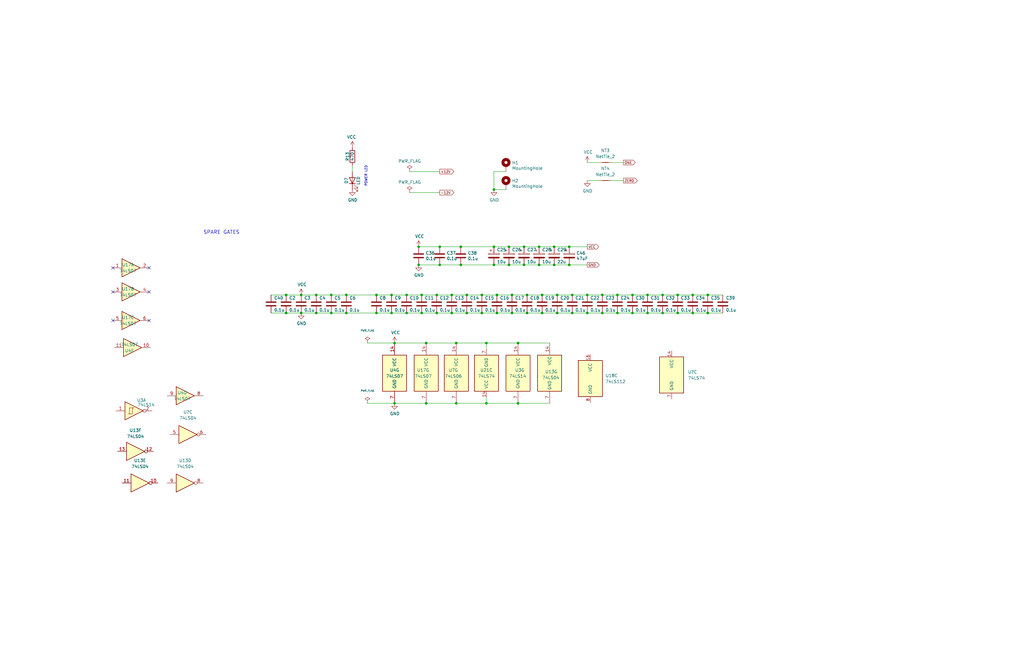
<source format=kicad_sch>
(kicad_sch (version 20211123) (generator eeschema)

  (uuid 6b243e9d-5e90-4a21-861b-d50de3ac528b)

  (paper "B")

  (title_block
    (title "DuoDyne 65816 CPU board")
    (date "2023-09-24")
    (rev "V0.76")
  )

  (lib_symbols
    (symbol "74xx:74LS04" (in_bom yes) (on_board yes)
      (property "Reference" "U" (id 0) (at 0 1.27 0)
        (effects (font (size 1.27 1.27)))
      )
      (property "Value" "74LS04" (id 1) (at 0 -1.27 0)
        (effects (font (size 1.27 1.27)))
      )
      (property "Footprint" "" (id 2) (at 0 0 0)
        (effects (font (size 1.27 1.27)) hide)
      )
      (property "Datasheet" "http://www.ti.com/lit/gpn/sn74LS04" (id 3) (at 0 0 0)
        (effects (font (size 1.27 1.27)) hide)
      )
      (property "ki_locked" "" (id 4) (at 0 0 0)
        (effects (font (size 1.27 1.27)))
      )
      (property "ki_keywords" "TTL not inv" (id 5) (at 0 0 0)
        (effects (font (size 1.27 1.27)) hide)
      )
      (property "ki_description" "Hex Inverter" (id 6) (at 0 0 0)
        (effects (font (size 1.27 1.27)) hide)
      )
      (property "ki_fp_filters" "DIP*W7.62mm* SSOP?14* TSSOP?14*" (id 7) (at 0 0 0)
        (effects (font (size 1.27 1.27)) hide)
      )
      (symbol "74LS04_1_0"
        (polyline
          (pts
            (xy -3.81 3.81)
            (xy -3.81 -3.81)
            (xy 3.81 0)
            (xy -3.81 3.81)
          )
          (stroke (width 0.254) (type default) (color 0 0 0 0))
          (fill (type background))
        )
        (pin input line (at -7.62 0 0) (length 3.81)
          (name "~" (effects (font (size 1.27 1.27))))
          (number "1" (effects (font (size 1.27 1.27))))
        )
        (pin output inverted (at 7.62 0 180) (length 3.81)
          (name "~" (effects (font (size 1.27 1.27))))
          (number "2" (effects (font (size 1.27 1.27))))
        )
      )
      (symbol "74LS04_2_0"
        (polyline
          (pts
            (xy -3.81 3.81)
            (xy -3.81 -3.81)
            (xy 3.81 0)
            (xy -3.81 3.81)
          )
          (stroke (width 0.254) (type default) (color 0 0 0 0))
          (fill (type background))
        )
        (pin input line (at -7.62 0 0) (length 3.81)
          (name "~" (effects (font (size 1.27 1.27))))
          (number "3" (effects (font (size 1.27 1.27))))
        )
        (pin output inverted (at 7.62 0 180) (length 3.81)
          (name "~" (effects (font (size 1.27 1.27))))
          (number "4" (effects (font (size 1.27 1.27))))
        )
      )
      (symbol "74LS04_3_0"
        (polyline
          (pts
            (xy -3.81 3.81)
            (xy -3.81 -3.81)
            (xy 3.81 0)
            (xy -3.81 3.81)
          )
          (stroke (width 0.254) (type default) (color 0 0 0 0))
          (fill (type background))
        )
        (pin input line (at -7.62 0 0) (length 3.81)
          (name "~" (effects (font (size 1.27 1.27))))
          (number "5" (effects (font (size 1.27 1.27))))
        )
        (pin output inverted (at 7.62 0 180) (length 3.81)
          (name "~" (effects (font (size 1.27 1.27))))
          (number "6" (effects (font (size 1.27 1.27))))
        )
      )
      (symbol "74LS04_4_0"
        (polyline
          (pts
            (xy -3.81 3.81)
            (xy -3.81 -3.81)
            (xy 3.81 0)
            (xy -3.81 3.81)
          )
          (stroke (width 0.254) (type default) (color 0 0 0 0))
          (fill (type background))
        )
        (pin output inverted (at 7.62 0 180) (length 3.81)
          (name "~" (effects (font (size 1.27 1.27))))
          (number "8" (effects (font (size 1.27 1.27))))
        )
        (pin input line (at -7.62 0 0) (length 3.81)
          (name "~" (effects (font (size 1.27 1.27))))
          (number "9" (effects (font (size 1.27 1.27))))
        )
      )
      (symbol "74LS04_5_0"
        (polyline
          (pts
            (xy -3.81 3.81)
            (xy -3.81 -3.81)
            (xy 3.81 0)
            (xy -3.81 3.81)
          )
          (stroke (width 0.254) (type default) (color 0 0 0 0))
          (fill (type background))
        )
        (pin output inverted (at 7.62 0 180) (length 3.81)
          (name "~" (effects (font (size 1.27 1.27))))
          (number "10" (effects (font (size 1.27 1.27))))
        )
        (pin input line (at -7.62 0 0) (length 3.81)
          (name "~" (effects (font (size 1.27 1.27))))
          (number "11" (effects (font (size 1.27 1.27))))
        )
      )
      (symbol "74LS04_6_0"
        (polyline
          (pts
            (xy -3.81 3.81)
            (xy -3.81 -3.81)
            (xy 3.81 0)
            (xy -3.81 3.81)
          )
          (stroke (width 0.254) (type default) (color 0 0 0 0))
          (fill (type background))
        )
        (pin output inverted (at 7.62 0 180) (length 3.81)
          (name "~" (effects (font (size 1.27 1.27))))
          (number "12" (effects (font (size 1.27 1.27))))
        )
        (pin input line (at -7.62 0 0) (length 3.81)
          (name "~" (effects (font (size 1.27 1.27))))
          (number "13" (effects (font (size 1.27 1.27))))
        )
      )
      (symbol "74LS04_7_0"
        (pin power_in line (at 0 12.7 270) (length 5.08)
          (name "VCC" (effects (font (size 1.27 1.27))))
          (number "14" (effects (font (size 1.27 1.27))))
        )
        (pin power_in line (at 0 -12.7 90) (length 5.08)
          (name "GND" (effects (font (size 1.27 1.27))))
          (number "7" (effects (font (size 1.27 1.27))))
        )
      )
      (symbol "74LS04_7_1"
        (rectangle (start -5.08 7.62) (end 5.08 -7.62)
          (stroke (width 0.254) (type default) (color 0 0 0 0))
          (fill (type background))
        )
      )
    )
    (symbol "74xx:74LS06" (pin_names (offset 1.016)) (in_bom yes) (on_board yes)
      (property "Reference" "U" (id 0) (at 0 1.27 0)
        (effects (font (size 1.27 1.27)))
      )
      (property "Value" "74LS06" (id 1) (at 0 -1.27 0)
        (effects (font (size 1.27 1.27)))
      )
      (property "Footprint" "" (id 2) (at 0 0 0)
        (effects (font (size 1.27 1.27)) hide)
      )
      (property "Datasheet" "http://www.ti.com/lit/gpn/sn74LS06" (id 3) (at 0 0 0)
        (effects (font (size 1.27 1.27)) hide)
      )
      (property "ki_locked" "" (id 4) (at 0 0 0)
        (effects (font (size 1.27 1.27)))
      )
      (property "ki_keywords" "TTL not inv OpenCol" (id 5) (at 0 0 0)
        (effects (font (size 1.27 1.27)) hide)
      )
      (property "ki_description" "Inverter Open Collect" (id 6) (at 0 0 0)
        (effects (font (size 1.27 1.27)) hide)
      )
      (property "ki_fp_filters" "DIP*W7.62mm*" (id 7) (at 0 0 0)
        (effects (font (size 1.27 1.27)) hide)
      )
      (symbol "74LS06_1_0"
        (polyline
          (pts
            (xy -3.81 3.81)
            (xy -3.81 -3.81)
            (xy 3.81 0)
            (xy -3.81 3.81)
          )
          (stroke (width 0.254) (type default) (color 0 0 0 0))
          (fill (type background))
        )
        (pin input line (at -7.62 0 0) (length 3.81)
          (name "~" (effects (font (size 1.27 1.27))))
          (number "1" (effects (font (size 1.27 1.27))))
        )
        (pin open_collector inverted (at 7.62 0 180) (length 3.81)
          (name "~" (effects (font (size 1.27 1.27))))
          (number "2" (effects (font (size 1.27 1.27))))
        )
      )
      (symbol "74LS06_2_0"
        (polyline
          (pts
            (xy -3.81 3.81)
            (xy -3.81 -3.81)
            (xy 3.81 0)
            (xy -3.81 3.81)
          )
          (stroke (width 0.254) (type default) (color 0 0 0 0))
          (fill (type background))
        )
        (pin input line (at -7.62 0 0) (length 3.81)
          (name "~" (effects (font (size 1.27 1.27))))
          (number "3" (effects (font (size 1.27 1.27))))
        )
        (pin open_collector inverted (at 7.62 0 180) (length 3.81)
          (name "~" (effects (font (size 1.27 1.27))))
          (number "4" (effects (font (size 1.27 1.27))))
        )
      )
      (symbol "74LS06_3_0"
        (polyline
          (pts
            (xy -3.81 3.81)
            (xy -3.81 -3.81)
            (xy 3.81 0)
            (xy -3.81 3.81)
          )
          (stroke (width 0.254) (type default) (color 0 0 0 0))
          (fill (type background))
        )
        (pin input line (at -7.62 0 0) (length 3.81)
          (name "~" (effects (font (size 1.27 1.27))))
          (number "5" (effects (font (size 1.27 1.27))))
        )
        (pin open_collector inverted (at 7.62 0 180) (length 3.81)
          (name "~" (effects (font (size 1.27 1.27))))
          (number "6" (effects (font (size 1.27 1.27))))
        )
      )
      (symbol "74LS06_4_0"
        (polyline
          (pts
            (xy -3.81 3.81)
            (xy -3.81 -3.81)
            (xy 3.81 0)
            (xy -3.81 3.81)
          )
          (stroke (width 0.254) (type default) (color 0 0 0 0))
          (fill (type background))
        )
        (pin open_collector inverted (at 7.62 0 180) (length 3.81)
          (name "~" (effects (font (size 1.27 1.27))))
          (number "8" (effects (font (size 1.27 1.27))))
        )
        (pin input line (at -7.62 0 0) (length 3.81)
          (name "~" (effects (font (size 1.27 1.27))))
          (number "9" (effects (font (size 1.27 1.27))))
        )
      )
      (symbol "74LS06_5_0"
        (polyline
          (pts
            (xy -3.81 3.81)
            (xy -3.81 -3.81)
            (xy 3.81 0)
            (xy -3.81 3.81)
          )
          (stroke (width 0.254) (type default) (color 0 0 0 0))
          (fill (type background))
        )
        (pin open_collector inverted (at 7.62 0 180) (length 3.81)
          (name "~" (effects (font (size 1.27 1.27))))
          (number "10" (effects (font (size 1.27 1.27))))
        )
        (pin input line (at -7.62 0 0) (length 3.81)
          (name "~" (effects (font (size 1.27 1.27))))
          (number "11" (effects (font (size 1.27 1.27))))
        )
      )
      (symbol "74LS06_6_0"
        (polyline
          (pts
            (xy -3.81 3.81)
            (xy -3.81 -3.81)
            (xy 3.81 0)
            (xy -3.81 3.81)
          )
          (stroke (width 0.254) (type default) (color 0 0 0 0))
          (fill (type background))
        )
        (pin open_collector inverted (at 7.62 0 180) (length 3.81)
          (name "~" (effects (font (size 1.27 1.27))))
          (number "12" (effects (font (size 1.27 1.27))))
        )
        (pin input line (at -7.62 0 0) (length 3.81)
          (name "~" (effects (font (size 1.27 1.27))))
          (number "13" (effects (font (size 1.27 1.27))))
        )
      )
      (symbol "74LS06_7_0"
        (pin power_in line (at 0 12.7 270) (length 5.08)
          (name "VCC" (effects (font (size 1.27 1.27))))
          (number "14" (effects (font (size 1.27 1.27))))
        )
        (pin power_in line (at 0 -12.7 90) (length 5.08)
          (name "GND" (effects (font (size 1.27 1.27))))
          (number "7" (effects (font (size 1.27 1.27))))
        )
      )
      (symbol "74LS06_7_1"
        (rectangle (start -5.08 7.62) (end 5.08 -7.62)
          (stroke (width 0.254) (type default) (color 0 0 0 0))
          (fill (type background))
        )
      )
    )
    (symbol "74xx:74LS07" (pin_names (offset 1.016)) (in_bom yes) (on_board yes)
      (property "Reference" "U" (id 0) (at 0 1.27 0)
        (effects (font (size 1.27 1.27)))
      )
      (property "Value" "74LS07" (id 1) (at 0 -1.27 0)
        (effects (font (size 1.27 1.27)))
      )
      (property "Footprint" "" (id 2) (at 0 0 0)
        (effects (font (size 1.27 1.27)) hide)
      )
      (property "Datasheet" "www.ti.com/lit/ds/symlink/sn74ls07.pdf" (id 3) (at 0 0 0)
        (effects (font (size 1.27 1.27)) hide)
      )
      (property "ki_locked" "" (id 4) (at 0 0 0)
        (effects (font (size 1.27 1.27)))
      )
      (property "ki_keywords" "TTL hex buffer OpenCol" (id 5) (at 0 0 0)
        (effects (font (size 1.27 1.27)) hide)
      )
      (property "ki_description" "Hex Buffers and Drivers With Open Collector High Voltage Outputs" (id 6) (at 0 0 0)
        (effects (font (size 1.27 1.27)) hide)
      )
      (property "ki_fp_filters" "SOIC*3.9x8.7mm*P1.27mm* TSSOP*4.4x5mm*P0.65mm* DIP*W7.62mm*" (id 7) (at 0 0 0)
        (effects (font (size 1.27 1.27)) hide)
      )
      (symbol "74LS07_1_0"
        (polyline
          (pts
            (xy -3.81 3.81)
            (xy -3.81 -3.81)
            (xy 3.81 0)
            (xy -3.81 3.81)
          )
          (stroke (width 0.254) (type default) (color 0 0 0 0))
          (fill (type background))
        )
        (pin input line (at -7.62 0 0) (length 3.81)
          (name "~" (effects (font (size 1.27 1.27))))
          (number "1" (effects (font (size 1.27 1.27))))
        )
        (pin open_collector line (at 7.62 0 180) (length 3.81)
          (name "~" (effects (font (size 1.27 1.27))))
          (number "2" (effects (font (size 1.27 1.27))))
        )
      )
      (symbol "74LS07_2_0"
        (polyline
          (pts
            (xy -3.81 3.81)
            (xy -3.81 -3.81)
            (xy 3.81 0)
            (xy -3.81 3.81)
          )
          (stroke (width 0.254) (type default) (color 0 0 0 0))
          (fill (type background))
        )
        (pin input line (at -7.62 0 0) (length 3.81)
          (name "~" (effects (font (size 1.27 1.27))))
          (number "3" (effects (font (size 1.27 1.27))))
        )
        (pin open_collector line (at 7.62 0 180) (length 3.81)
          (name "~" (effects (font (size 1.27 1.27))))
          (number "4" (effects (font (size 1.27 1.27))))
        )
      )
      (symbol "74LS07_3_0"
        (polyline
          (pts
            (xy -3.81 3.81)
            (xy -3.81 -3.81)
            (xy 3.81 0)
            (xy -3.81 3.81)
          )
          (stroke (width 0.254) (type default) (color 0 0 0 0))
          (fill (type background))
        )
        (pin input line (at -7.62 0 0) (length 3.81)
          (name "~" (effects (font (size 1.27 1.27))))
          (number "5" (effects (font (size 1.27 1.27))))
        )
        (pin open_collector line (at 7.62 0 180) (length 3.81)
          (name "~" (effects (font (size 1.27 1.27))))
          (number "6" (effects (font (size 1.27 1.27))))
        )
      )
      (symbol "74LS07_4_0"
        (polyline
          (pts
            (xy -3.81 3.81)
            (xy -3.81 -3.81)
            (xy 3.81 0)
            (xy -3.81 3.81)
          )
          (stroke (width 0.254) (type default) (color 0 0 0 0))
          (fill (type background))
        )
        (pin open_collector line (at 7.62 0 180) (length 3.81)
          (name "~" (effects (font (size 1.27 1.27))))
          (number "8" (effects (font (size 1.27 1.27))))
        )
        (pin input line (at -7.62 0 0) (length 3.81)
          (name "~" (effects (font (size 1.27 1.27))))
          (number "9" (effects (font (size 1.27 1.27))))
        )
      )
      (symbol "74LS07_5_0"
        (polyline
          (pts
            (xy -3.81 3.81)
            (xy -3.81 -3.81)
            (xy 3.81 0)
            (xy -3.81 3.81)
          )
          (stroke (width 0.254) (type default) (color 0 0 0 0))
          (fill (type background))
        )
        (pin open_collector line (at 7.62 0 180) (length 3.81)
          (name "~" (effects (font (size 1.27 1.27))))
          (number "10" (effects (font (size 1.27 1.27))))
        )
        (pin input line (at -7.62 0 0) (length 3.81)
          (name "~" (effects (font (size 1.27 1.27))))
          (number "11" (effects (font (size 1.27 1.27))))
        )
      )
      (symbol "74LS07_6_0"
        (polyline
          (pts
            (xy -3.81 3.81)
            (xy -3.81 -3.81)
            (xy 3.81 0)
            (xy -3.81 3.81)
          )
          (stroke (width 0.254) (type default) (color 0 0 0 0))
          (fill (type background))
        )
        (pin open_collector line (at 7.62 0 180) (length 3.81)
          (name "~" (effects (font (size 1.27 1.27))))
          (number "12" (effects (font (size 1.27 1.27))))
        )
        (pin input line (at -7.62 0 0) (length 3.81)
          (name "~" (effects (font (size 1.27 1.27))))
          (number "13" (effects (font (size 1.27 1.27))))
        )
      )
      (symbol "74LS07_7_0"
        (pin power_in line (at 0 12.7 270) (length 5.08)
          (name "VCC" (effects (font (size 1.27 1.27))))
          (number "14" (effects (font (size 1.27 1.27))))
        )
        (pin power_in line (at 0 -12.7 90) (length 5.08)
          (name "GND" (effects (font (size 1.27 1.27))))
          (number "7" (effects (font (size 1.27 1.27))))
        )
      )
      (symbol "74LS07_7_1"
        (rectangle (start -5.08 7.62) (end 5.08 -7.62)
          (stroke (width 0.254) (type default) (color 0 0 0 0))
          (fill (type background))
        )
      )
    )
    (symbol "74xx:74LS112" (pin_names (offset 1.016)) (in_bom yes) (on_board yes)
      (property "Reference" "U" (id 0) (at -7.62 8.89 0)
        (effects (font (size 1.27 1.27)))
      )
      (property "Value" "74LS112" (id 1) (at -7.62 -8.89 0)
        (effects (font (size 1.27 1.27)))
      )
      (property "Footprint" "" (id 2) (at 0 0 0)
        (effects (font (size 1.27 1.27)) hide)
      )
      (property "Datasheet" "http://www.ti.com/lit/gpn/sn74LS112" (id 3) (at 0 0 0)
        (effects (font (size 1.27 1.27)) hide)
      )
      (property "ki_locked" "" (id 4) (at 0 0 0)
        (effects (font (size 1.27 1.27)))
      )
      (property "ki_keywords" "TTL JK" (id 5) (at 0 0 0)
        (effects (font (size 1.27 1.27)) hide)
      )
      (property "ki_description" "dual JK Flip-Flop, Set & Reset" (id 6) (at 0 0 0)
        (effects (font (size 1.27 1.27)) hide)
      )
      (property "ki_fp_filters" "DIP?16*" (id 7) (at 0 0 0)
        (effects (font (size 1.27 1.27)) hide)
      )
      (symbol "74LS112_1_0"
        (pin input clock (at -7.62 0 0) (length 2.54)
          (name "C" (effects (font (size 1.27 1.27))))
          (number "1" (effects (font (size 1.27 1.27))))
        )
        (pin input line (at 0 -7.62 90) (length 2.54)
          (name "~{R}" (effects (font (size 1.27 1.27))))
          (number "15" (effects (font (size 1.27 1.27))))
        )
        (pin input line (at -7.62 -2.54 0) (length 2.54)
          (name "K" (effects (font (size 1.27 1.27))))
          (number "2" (effects (font (size 1.27 1.27))))
        )
        (pin input line (at -7.62 2.54 0) (length 2.54)
          (name "J" (effects (font (size 1.27 1.27))))
          (number "3" (effects (font (size 1.27 1.27))))
        )
        (pin input line (at 0 7.62 270) (length 2.54)
          (name "~{S}" (effects (font (size 1.27 1.27))))
          (number "4" (effects (font (size 1.27 1.27))))
        )
        (pin output line (at 7.62 2.54 180) (length 2.54)
          (name "Q" (effects (font (size 1.27 1.27))))
          (number "5" (effects (font (size 1.27 1.27))))
        )
        (pin output line (at 7.62 -2.54 180) (length 2.54)
          (name "~{Q}" (effects (font (size 1.27 1.27))))
          (number "6" (effects (font (size 1.27 1.27))))
        )
      )
      (symbol "74LS112_1_1"
        (rectangle (start -5.08 5.08) (end 5.08 -5.08)
          (stroke (width 0.254) (type default) (color 0 0 0 0))
          (fill (type background))
        )
      )
      (symbol "74LS112_2_0"
        (pin input line (at 0 7.62 270) (length 2.54)
          (name "~{S}" (effects (font (size 1.27 1.27))))
          (number "10" (effects (font (size 1.27 1.27))))
        )
        (pin input line (at -7.62 2.54 0) (length 2.54)
          (name "J" (effects (font (size 1.27 1.27))))
          (number "11" (effects (font (size 1.27 1.27))))
        )
        (pin input line (at -7.62 -2.54 0) (length 2.54)
          (name "K" (effects (font (size 1.27 1.27))))
          (number "12" (effects (font (size 1.27 1.27))))
        )
        (pin input clock (at -7.62 0 0) (length 2.54)
          (name "C" (effects (font (size 1.27 1.27))))
          (number "13" (effects (font (size 1.27 1.27))))
        )
        (pin input line (at 0 -7.62 90) (length 2.54)
          (name "~{R}" (effects (font (size 1.27 1.27))))
          (number "14" (effects (font (size 1.27 1.27))))
        )
        (pin output line (at 7.62 -2.54 180) (length 2.54)
          (name "~{Q}" (effects (font (size 1.27 1.27))))
          (number "7" (effects (font (size 1.27 1.27))))
        )
        (pin output line (at 7.62 2.54 180) (length 2.54)
          (name "Q" (effects (font (size 1.27 1.27))))
          (number "9" (effects (font (size 1.27 1.27))))
        )
      )
      (symbol "74LS112_2_1"
        (rectangle (start -5.08 5.08) (end 5.08 -5.08)
          (stroke (width 0.254) (type default) (color 0 0 0 0))
          (fill (type background))
        )
      )
      (symbol "74LS112_3_0"
        (pin power_in line (at 0 10.16 270) (length 2.54)
          (name "VCC" (effects (font (size 1.27 1.27))))
          (number "16" (effects (font (size 1.27 1.27))))
        )
        (pin power_in line (at 0 -10.16 90) (length 2.54)
          (name "GND" (effects (font (size 1.27 1.27))))
          (number "8" (effects (font (size 1.27 1.27))))
        )
      )
      (symbol "74LS112_3_1"
        (rectangle (start -5.08 7.62) (end 5.08 -7.62)
          (stroke (width 0.254) (type default) (color 0 0 0 0))
          (fill (type background))
        )
      )
    )
    (symbol "74xx:74LS14" (pin_names (offset 1.016)) (in_bom yes) (on_board yes)
      (property "Reference" "U" (id 0) (at 0 1.27 0)
        (effects (font (size 1.27 1.27)))
      )
      (property "Value" "74LS14" (id 1) (at 0 -1.27 0)
        (effects (font (size 1.27 1.27)))
      )
      (property "Footprint" "" (id 2) (at 0 0 0)
        (effects (font (size 1.27 1.27)) hide)
      )
      (property "Datasheet" "http://www.ti.com/lit/gpn/sn74LS14" (id 3) (at 0 0 0)
        (effects (font (size 1.27 1.27)) hide)
      )
      (property "ki_locked" "" (id 4) (at 0 0 0)
        (effects (font (size 1.27 1.27)))
      )
      (property "ki_keywords" "TTL not inverter" (id 5) (at 0 0 0)
        (effects (font (size 1.27 1.27)) hide)
      )
      (property "ki_description" "Hex inverter schmitt trigger" (id 6) (at 0 0 0)
        (effects (font (size 1.27 1.27)) hide)
      )
      (property "ki_fp_filters" "DIP*W7.62mm*" (id 7) (at 0 0 0)
        (effects (font (size 1.27 1.27)) hide)
      )
      (symbol "74LS14_1_0"
        (polyline
          (pts
            (xy -3.81 3.81)
            (xy -3.81 -3.81)
            (xy 3.81 0)
            (xy -3.81 3.81)
          )
          (stroke (width 0.254) (type default) (color 0 0 0 0))
          (fill (type background))
        )
        (pin input line (at -7.62 0 0) (length 3.81)
          (name "~" (effects (font (size 1.27 1.27))))
          (number "1" (effects (font (size 1.27 1.27))))
        )
        (pin output inverted (at 7.62 0 180) (length 3.81)
          (name "~" (effects (font (size 1.27 1.27))))
          (number "2" (effects (font (size 1.27 1.27))))
        )
      )
      (symbol "74LS14_1_1"
        (polyline
          (pts
            (xy -1.905 -1.27)
            (xy -1.905 1.27)
            (xy -0.635 1.27)
          )
          (stroke (width 0) (type default) (color 0 0 0 0))
          (fill (type none))
        )
        (polyline
          (pts
            (xy -2.54 -1.27)
            (xy -0.635 -1.27)
            (xy -0.635 1.27)
            (xy 0 1.27)
          )
          (stroke (width 0) (type default) (color 0 0 0 0))
          (fill (type none))
        )
      )
      (symbol "74LS14_2_0"
        (polyline
          (pts
            (xy -3.81 3.81)
            (xy -3.81 -3.81)
            (xy 3.81 0)
            (xy -3.81 3.81)
          )
          (stroke (width 0.254) (type default) (color 0 0 0 0))
          (fill (type background))
        )
        (pin input line (at -7.62 0 0) (length 3.81)
          (name "~" (effects (font (size 1.27 1.27))))
          (number "3" (effects (font (size 1.27 1.27))))
        )
        (pin output inverted (at 7.62 0 180) (length 3.81)
          (name "~" (effects (font (size 1.27 1.27))))
          (number "4" (effects (font (size 1.27 1.27))))
        )
      )
      (symbol "74LS14_2_1"
        (polyline
          (pts
            (xy -1.905 -1.27)
            (xy -1.905 1.27)
            (xy -0.635 1.27)
          )
          (stroke (width 0) (type default) (color 0 0 0 0))
          (fill (type none))
        )
        (polyline
          (pts
            (xy -2.54 -1.27)
            (xy -0.635 -1.27)
            (xy -0.635 1.27)
            (xy 0 1.27)
          )
          (stroke (width 0) (type default) (color 0 0 0 0))
          (fill (type none))
        )
      )
      (symbol "74LS14_3_0"
        (polyline
          (pts
            (xy -3.81 3.81)
            (xy -3.81 -3.81)
            (xy 3.81 0)
            (xy -3.81 3.81)
          )
          (stroke (width 0.254) (type default) (color 0 0 0 0))
          (fill (type background))
        )
        (pin input line (at -7.62 0 0) (length 3.81)
          (name "~" (effects (font (size 1.27 1.27))))
          (number "5" (effects (font (size 1.27 1.27))))
        )
        (pin output inverted (at 7.62 0 180) (length 3.81)
          (name "~" (effects (font (size 1.27 1.27))))
          (number "6" (effects (font (size 1.27 1.27))))
        )
      )
      (symbol "74LS14_3_1"
        (polyline
          (pts
            (xy -1.905 -1.27)
            (xy -1.905 1.27)
            (xy -0.635 1.27)
          )
          (stroke (width 0) (type default) (color 0 0 0 0))
          (fill (type none))
        )
        (polyline
          (pts
            (xy -2.54 -1.27)
            (xy -0.635 -1.27)
            (xy -0.635 1.27)
            (xy 0 1.27)
          )
          (stroke (width 0) (type default) (color 0 0 0 0))
          (fill (type none))
        )
      )
      (symbol "74LS14_4_0"
        (polyline
          (pts
            (xy -3.81 3.81)
            (xy -3.81 -3.81)
            (xy 3.81 0)
            (xy -3.81 3.81)
          )
          (stroke (width 0.254) (type default) (color 0 0 0 0))
          (fill (type background))
        )
        (pin output inverted (at 7.62 0 180) (length 3.81)
          (name "~" (effects (font (size 1.27 1.27))))
          (number "8" (effects (font (size 1.27 1.27))))
        )
        (pin input line (at -7.62 0 0) (length 3.81)
          (name "~" (effects (font (size 1.27 1.27))))
          (number "9" (effects (font (size 1.27 1.27))))
        )
      )
      (symbol "74LS14_4_1"
        (polyline
          (pts
            (xy -1.905 -1.27)
            (xy -1.905 1.27)
            (xy -0.635 1.27)
          )
          (stroke (width 0) (type default) (color 0 0 0 0))
          (fill (type none))
        )
        (polyline
          (pts
            (xy -2.54 -1.27)
            (xy -0.635 -1.27)
            (xy -0.635 1.27)
            (xy 0 1.27)
          )
          (stroke (width 0) (type default) (color 0 0 0 0))
          (fill (type none))
        )
      )
      (symbol "74LS14_5_0"
        (polyline
          (pts
            (xy -3.81 3.81)
            (xy -3.81 -3.81)
            (xy 3.81 0)
            (xy -3.81 3.81)
          )
          (stroke (width 0.254) (type default) (color 0 0 0 0))
          (fill (type background))
        )
        (pin output inverted (at 7.62 0 180) (length 3.81)
          (name "~" (effects (font (size 1.27 1.27))))
          (number "10" (effects (font (size 1.27 1.27))))
        )
        (pin input line (at -7.62 0 0) (length 3.81)
          (name "~" (effects (font (size 1.27 1.27))))
          (number "11" (effects (font (size 1.27 1.27))))
        )
      )
      (symbol "74LS14_5_1"
        (polyline
          (pts
            (xy -1.905 -1.27)
            (xy -1.905 1.27)
            (xy -0.635 1.27)
          )
          (stroke (width 0) (type default) (color 0 0 0 0))
          (fill (type none))
        )
        (polyline
          (pts
            (xy -2.54 -1.27)
            (xy -0.635 -1.27)
            (xy -0.635 1.27)
            (xy 0 1.27)
          )
          (stroke (width 0) (type default) (color 0 0 0 0))
          (fill (type none))
        )
      )
      (symbol "74LS14_6_0"
        (polyline
          (pts
            (xy -3.81 3.81)
            (xy -3.81 -3.81)
            (xy 3.81 0)
            (xy -3.81 3.81)
          )
          (stroke (width 0.254) (type default) (color 0 0 0 0))
          (fill (type background))
        )
        (pin output inverted (at 7.62 0 180) (length 3.81)
          (name "~" (effects (font (size 1.27 1.27))))
          (number "12" (effects (font (size 1.27 1.27))))
        )
        (pin input line (at -7.62 0 0) (length 3.81)
          (name "~" (effects (font (size 1.27 1.27))))
          (number "13" (effects (font (size 1.27 1.27))))
        )
      )
      (symbol "74LS14_6_1"
        (polyline
          (pts
            (xy -1.905 -1.27)
            (xy -1.905 1.27)
            (xy -0.635 1.27)
          )
          (stroke (width 0) (type default) (color 0 0 0 0))
          (fill (type none))
        )
        (polyline
          (pts
            (xy -2.54 -1.27)
            (xy -0.635 -1.27)
            (xy -0.635 1.27)
            (xy 0 1.27)
          )
          (stroke (width 0) (type default) (color 0 0 0 0))
          (fill (type none))
        )
      )
      (symbol "74LS14_7_0"
        (pin power_in line (at 0 12.7 270) (length 5.08)
          (name "VCC" (effects (font (size 1.27 1.27))))
          (number "14" (effects (font (size 1.27 1.27))))
        )
        (pin power_in line (at 0 -12.7 90) (length 5.08)
          (name "GND" (effects (font (size 1.27 1.27))))
          (number "7" (effects (font (size 1.27 1.27))))
        )
      )
      (symbol "74LS14_7_1"
        (rectangle (start -5.08 7.62) (end 5.08 -7.62)
          (stroke (width 0.254) (type default) (color 0 0 0 0))
          (fill (type background))
        )
      )
    )
    (symbol "74xx:74LS74" (pin_names (offset 1.016)) (in_bom yes) (on_board yes)
      (property "Reference" "U" (id 0) (at -7.62 8.89 0)
        (effects (font (size 1.27 1.27)))
      )
      (property "Value" "74LS74" (id 1) (at -7.62 -8.89 0)
        (effects (font (size 1.27 1.27)))
      )
      (property "Footprint" "" (id 2) (at 0 0 0)
        (effects (font (size 1.27 1.27)) hide)
      )
      (property "Datasheet" "74xx/74hc_hct74.pdf" (id 3) (at 0 0 0)
        (effects (font (size 1.27 1.27)) hide)
      )
      (property "ki_locked" "" (id 4) (at 0 0 0)
        (effects (font (size 1.27 1.27)))
      )
      (property "ki_keywords" "TTL DFF" (id 5) (at 0 0 0)
        (effects (font (size 1.27 1.27)) hide)
      )
      (property "ki_description" "Dual D Flip-flop, Set & Reset" (id 6) (at 0 0 0)
        (effects (font (size 1.27 1.27)) hide)
      )
      (property "ki_fp_filters" "DIP*W7.62mm*" (id 7) (at 0 0 0)
        (effects (font (size 1.27 1.27)) hide)
      )
      (symbol "74LS74_1_0"
        (pin input line (at 0 -7.62 90) (length 2.54)
          (name "~{R}" (effects (font (size 1.27 1.27))))
          (number "1" (effects (font (size 1.27 1.27))))
        )
        (pin input line (at -7.62 2.54 0) (length 2.54)
          (name "D" (effects (font (size 1.27 1.27))))
          (number "2" (effects (font (size 1.27 1.27))))
        )
        (pin input clock (at -7.62 0 0) (length 2.54)
          (name "C" (effects (font (size 1.27 1.27))))
          (number "3" (effects (font (size 1.27 1.27))))
        )
        (pin input line (at 0 7.62 270) (length 2.54)
          (name "~{S}" (effects (font (size 1.27 1.27))))
          (number "4" (effects (font (size 1.27 1.27))))
        )
        (pin output line (at 7.62 2.54 180) (length 2.54)
          (name "Q" (effects (font (size 1.27 1.27))))
          (number "5" (effects (font (size 1.27 1.27))))
        )
        (pin output line (at 7.62 -2.54 180) (length 2.54)
          (name "~{Q}" (effects (font (size 1.27 1.27))))
          (number "6" (effects (font (size 1.27 1.27))))
        )
      )
      (symbol "74LS74_1_1"
        (rectangle (start -5.08 5.08) (end 5.08 -5.08)
          (stroke (width 0.254) (type default) (color 0 0 0 0))
          (fill (type background))
        )
      )
      (symbol "74LS74_2_0"
        (pin input line (at 0 7.62 270) (length 2.54)
          (name "~{S}" (effects (font (size 1.27 1.27))))
          (number "10" (effects (font (size 1.27 1.27))))
        )
        (pin input clock (at -7.62 0 0) (length 2.54)
          (name "C" (effects (font (size 1.27 1.27))))
          (number "11" (effects (font (size 1.27 1.27))))
        )
        (pin input line (at -7.62 2.54 0) (length 2.54)
          (name "D" (effects (font (size 1.27 1.27))))
          (number "12" (effects (font (size 1.27 1.27))))
        )
        (pin input line (at 0 -7.62 90) (length 2.54)
          (name "~{R}" (effects (font (size 1.27 1.27))))
          (number "13" (effects (font (size 1.27 1.27))))
        )
        (pin output line (at 7.62 -2.54 180) (length 2.54)
          (name "~{Q}" (effects (font (size 1.27 1.27))))
          (number "8" (effects (font (size 1.27 1.27))))
        )
        (pin output line (at 7.62 2.54 180) (length 2.54)
          (name "Q" (effects (font (size 1.27 1.27))))
          (number "9" (effects (font (size 1.27 1.27))))
        )
      )
      (symbol "74LS74_2_1"
        (rectangle (start -5.08 5.08) (end 5.08 -5.08)
          (stroke (width 0.254) (type default) (color 0 0 0 0))
          (fill (type background))
        )
      )
      (symbol "74LS74_3_0"
        (pin power_in line (at 0 10.16 270) (length 2.54)
          (name "VCC" (effects (font (size 1.27 1.27))))
          (number "14" (effects (font (size 1.27 1.27))))
        )
        (pin power_in line (at 0 -10.16 90) (length 2.54)
          (name "GND" (effects (font (size 1.27 1.27))))
          (number "7" (effects (font (size 1.27 1.27))))
        )
      )
      (symbol "74LS74_3_1"
        (rectangle (start -5.08 7.62) (end 5.08 -7.62)
          (stroke (width 0.254) (type default) (color 0 0 0 0))
          (fill (type background))
        )
      )
    )
    (symbol "Device:C" (pin_numbers hide) (pin_names (offset 0.254)) (in_bom yes) (on_board yes)
      (property "Reference" "C" (id 0) (at 0.635 2.54 0)
        (effects (font (size 1.27 1.27)) (justify left))
      )
      (property "Value" "C" (id 1) (at 0.635 -2.54 0)
        (effects (font (size 1.27 1.27)) (justify left))
      )
      (property "Footprint" "" (id 2) (at 0.9652 -3.81 0)
        (effects (font (size 1.27 1.27)) hide)
      )
      (property "Datasheet" "~" (id 3) (at 0 0 0)
        (effects (font (size 1.27 1.27)) hide)
      )
      (property "ki_keywords" "cap capacitor" (id 4) (at 0 0 0)
        (effects (font (size 1.27 1.27)) hide)
      )
      (property "ki_description" "Unpolarized capacitor" (id 5) (at 0 0 0)
        (effects (font (size 1.27 1.27)) hide)
      )
      (property "ki_fp_filters" "C_*" (id 6) (at 0 0 0)
        (effects (font (size 1.27 1.27)) hide)
      )
      (symbol "C_0_1"
        (polyline
          (pts
            (xy -2.032 -0.762)
            (xy 2.032 -0.762)
          )
          (stroke (width 0.508) (type default) (color 0 0 0 0))
          (fill (type none))
        )
        (polyline
          (pts
            (xy -2.032 0.762)
            (xy 2.032 0.762)
          )
          (stroke (width 0.508) (type default) (color 0 0 0 0))
          (fill (type none))
        )
      )
      (symbol "C_1_1"
        (pin passive line (at 0 3.81 270) (length 2.794)
          (name "~" (effects (font (size 1.27 1.27))))
          (number "1" (effects (font (size 1.27 1.27))))
        )
        (pin passive line (at 0 -3.81 90) (length 2.794)
          (name "~" (effects (font (size 1.27 1.27))))
          (number "2" (effects (font (size 1.27 1.27))))
        )
      )
    )
    (symbol "Device:C_Polarized" (pin_numbers hide) (pin_names (offset 0.254)) (in_bom yes) (on_board yes)
      (property "Reference" "C" (id 0) (at 0.635 2.54 0)
        (effects (font (size 1.27 1.27)) (justify left))
      )
      (property "Value" "C_Polarized" (id 1) (at 0.635 -2.54 0)
        (effects (font (size 1.27 1.27)) (justify left))
      )
      (property "Footprint" "" (id 2) (at 0.9652 -3.81 0)
        (effects (font (size 1.27 1.27)) hide)
      )
      (property "Datasheet" "~" (id 3) (at 0 0 0)
        (effects (font (size 1.27 1.27)) hide)
      )
      (property "ki_keywords" "cap capacitor" (id 4) (at 0 0 0)
        (effects (font (size 1.27 1.27)) hide)
      )
      (property "ki_description" "Polarized capacitor" (id 5) (at 0 0 0)
        (effects (font (size 1.27 1.27)) hide)
      )
      (property "ki_fp_filters" "CP_*" (id 6) (at 0 0 0)
        (effects (font (size 1.27 1.27)) hide)
      )
      (symbol "C_Polarized_0_1"
        (rectangle (start -2.286 0.508) (end 2.286 1.016)
          (stroke (width 0) (type default) (color 0 0 0 0))
          (fill (type none))
        )
        (polyline
          (pts
            (xy -1.778 2.286)
            (xy -0.762 2.286)
          )
          (stroke (width 0) (type default) (color 0 0 0 0))
          (fill (type none))
        )
        (polyline
          (pts
            (xy -1.27 2.794)
            (xy -1.27 1.778)
          )
          (stroke (width 0) (type default) (color 0 0 0 0))
          (fill (type none))
        )
        (rectangle (start 2.286 -0.508) (end -2.286 -1.016)
          (stroke (width 0) (type default) (color 0 0 0 0))
          (fill (type outline))
        )
      )
      (symbol "C_Polarized_1_1"
        (pin passive line (at 0 3.81 270) (length 2.794)
          (name "~" (effects (font (size 1.27 1.27))))
          (number "1" (effects (font (size 1.27 1.27))))
        )
        (pin passive line (at 0 -3.81 90) (length 2.794)
          (name "~" (effects (font (size 1.27 1.27))))
          (number "2" (effects (font (size 1.27 1.27))))
        )
      )
    )
    (symbol "Device:LED" (pin_numbers hide) (pin_names (offset 1.016) hide) (in_bom yes) (on_board yes)
      (property "Reference" "D" (id 0) (at 0 2.54 0)
        (effects (font (size 1.27 1.27)))
      )
      (property "Value" "LED" (id 1) (at 0 -2.54 0)
        (effects (font (size 1.27 1.27)))
      )
      (property "Footprint" "" (id 2) (at 0 0 0)
        (effects (font (size 1.27 1.27)) hide)
      )
      (property "Datasheet" "~" (id 3) (at 0 0 0)
        (effects (font (size 1.27 1.27)) hide)
      )
      (property "ki_keywords" "LED diode" (id 4) (at 0 0 0)
        (effects (font (size 1.27 1.27)) hide)
      )
      (property "ki_description" "Light emitting diode" (id 5) (at 0 0 0)
        (effects (font (size 1.27 1.27)) hide)
      )
      (property "ki_fp_filters" "LED* LED_SMD:* LED_THT:*" (id 6) (at 0 0 0)
        (effects (font (size 1.27 1.27)) hide)
      )
      (symbol "LED_0_1"
        (polyline
          (pts
            (xy -1.27 -1.27)
            (xy -1.27 1.27)
          )
          (stroke (width 0.254) (type default) (color 0 0 0 0))
          (fill (type none))
        )
        (polyline
          (pts
            (xy -1.27 0)
            (xy 1.27 0)
          )
          (stroke (width 0) (type default) (color 0 0 0 0))
          (fill (type none))
        )
        (polyline
          (pts
            (xy 1.27 -1.27)
            (xy 1.27 1.27)
            (xy -1.27 0)
            (xy 1.27 -1.27)
          )
          (stroke (width 0.254) (type default) (color 0 0 0 0))
          (fill (type none))
        )
        (polyline
          (pts
            (xy -3.048 -0.762)
            (xy -4.572 -2.286)
            (xy -3.81 -2.286)
            (xy -4.572 -2.286)
            (xy -4.572 -1.524)
          )
          (stroke (width 0) (type default) (color 0 0 0 0))
          (fill (type none))
        )
        (polyline
          (pts
            (xy -1.778 -0.762)
            (xy -3.302 -2.286)
            (xy -2.54 -2.286)
            (xy -3.302 -2.286)
            (xy -3.302 -1.524)
          )
          (stroke (width 0) (type default) (color 0 0 0 0))
          (fill (type none))
        )
      )
      (symbol "LED_1_1"
        (pin passive line (at -3.81 0 0) (length 2.54)
          (name "K" (effects (font (size 1.27 1.27))))
          (number "1" (effects (font (size 1.27 1.27))))
        )
        (pin passive line (at 3.81 0 180) (length 2.54)
          (name "A" (effects (font (size 1.27 1.27))))
          (number "2" (effects (font (size 1.27 1.27))))
        )
      )
    )
    (symbol "Device:NetTie_2" (pin_numbers hide) (pin_names (offset 0) hide) (in_bom no) (on_board yes)
      (property "Reference" "NT" (id 0) (at 0 1.27 0)
        (effects (font (size 1.27 1.27)))
      )
      (property "Value" "NetTie_2" (id 1) (at 0 -1.27 0)
        (effects (font (size 1.27 1.27)))
      )
      (property "Footprint" "" (id 2) (at 0 0 0)
        (effects (font (size 1.27 1.27)) hide)
      )
      (property "Datasheet" "~" (id 3) (at 0 0 0)
        (effects (font (size 1.27 1.27)) hide)
      )
      (property "ki_keywords" "net tie short" (id 4) (at 0 0 0)
        (effects (font (size 1.27 1.27)) hide)
      )
      (property "ki_description" "Net tie, 2 pins" (id 5) (at 0 0 0)
        (effects (font (size 1.27 1.27)) hide)
      )
      (property "ki_fp_filters" "Net*Tie*" (id 6) (at 0 0 0)
        (effects (font (size 1.27 1.27)) hide)
      )
      (symbol "NetTie_2_0_1"
        (polyline
          (pts
            (xy -1.27 0)
            (xy 1.27 0)
          )
          (stroke (width 0.254) (type default) (color 0 0 0 0))
          (fill (type none))
        )
      )
      (symbol "NetTie_2_1_1"
        (pin passive line (at -2.54 0 0) (length 2.54)
          (name "1" (effects (font (size 1.27 1.27))))
          (number "1" (effects (font (size 1.27 1.27))))
        )
        (pin passive line (at 2.54 0 180) (length 2.54)
          (name "2" (effects (font (size 1.27 1.27))))
          (number "2" (effects (font (size 1.27 1.27))))
        )
      )
    )
    (symbol "Device:R" (pin_numbers hide) (pin_names (offset 0)) (in_bom yes) (on_board yes)
      (property "Reference" "R" (id 0) (at 2.032 0 90)
        (effects (font (size 1.27 1.27)))
      )
      (property "Value" "R" (id 1) (at 0 0 90)
        (effects (font (size 1.27 1.27)))
      )
      (property "Footprint" "" (id 2) (at -1.778 0 90)
        (effects (font (size 1.27 1.27)) hide)
      )
      (property "Datasheet" "~" (id 3) (at 0 0 0)
        (effects (font (size 1.27 1.27)) hide)
      )
      (property "ki_keywords" "R res resistor" (id 4) (at 0 0 0)
        (effects (font (size 1.27 1.27)) hide)
      )
      (property "ki_description" "Resistor" (id 5) (at 0 0 0)
        (effects (font (size 1.27 1.27)) hide)
      )
      (property "ki_fp_filters" "R_*" (id 6) (at 0 0 0)
        (effects (font (size 1.27 1.27)) hide)
      )
      (symbol "R_0_1"
        (rectangle (start -1.016 -2.54) (end 1.016 2.54)
          (stroke (width 0.254) (type default) (color 0 0 0 0))
          (fill (type none))
        )
      )
      (symbol "R_1_1"
        (pin passive line (at 0 3.81 270) (length 1.27)
          (name "~" (effects (font (size 1.27 1.27))))
          (number "1" (effects (font (size 1.27 1.27))))
        )
        (pin passive line (at 0 -3.81 90) (length 1.27)
          (name "~" (effects (font (size 1.27 1.27))))
          (number "2" (effects (font (size 1.27 1.27))))
        )
      )
    )
    (symbol "Mechanical:MountingHole_Pad" (pin_numbers hide) (pin_names (offset 1.016) hide) (in_bom yes) (on_board yes)
      (property "Reference" "H" (id 0) (at 0 6.35 0)
        (effects (font (size 1.27 1.27)))
      )
      (property "Value" "MountingHole_Pad" (id 1) (at 0 4.445 0)
        (effects (font (size 1.27 1.27)))
      )
      (property "Footprint" "" (id 2) (at 0 0 0)
        (effects (font (size 1.27 1.27)) hide)
      )
      (property "Datasheet" "~" (id 3) (at 0 0 0)
        (effects (font (size 1.27 1.27)) hide)
      )
      (property "ki_keywords" "mounting hole" (id 4) (at 0 0 0)
        (effects (font (size 1.27 1.27)) hide)
      )
      (property "ki_description" "Mounting Hole with connection" (id 5) (at 0 0 0)
        (effects (font (size 1.27 1.27)) hide)
      )
      (property "ki_fp_filters" "MountingHole*Pad*" (id 6) (at 0 0 0)
        (effects (font (size 1.27 1.27)) hide)
      )
      (symbol "MountingHole_Pad_0_1"
        (circle (center 0 1.27) (radius 1.27)
          (stroke (width 1.27) (type default) (color 0 0 0 0))
          (fill (type none))
        )
      )
      (symbol "MountingHole_Pad_1_1"
        (pin input line (at 0 -2.54 90) (length 2.54)
          (name "1" (effects (font (size 1.27 1.27))))
          (number "1" (effects (font (size 1.27 1.27))))
        )
      )
    )
    (symbol "power:GND" (power) (pin_names (offset 0)) (in_bom yes) (on_board yes)
      (property "Reference" "#PWR" (id 0) (at 0 -6.35 0)
        (effects (font (size 1.27 1.27)) hide)
      )
      (property "Value" "GND" (id 1) (at 0 -3.81 0)
        (effects (font (size 1.27 1.27)))
      )
      (property "Footprint" "" (id 2) (at 0 0 0)
        (effects (font (size 1.27 1.27)) hide)
      )
      (property "Datasheet" "" (id 3) (at 0 0 0)
        (effects (font (size 1.27 1.27)) hide)
      )
      (property "ki_keywords" "global power" (id 4) (at 0 0 0)
        (effects (font (size 1.27 1.27)) hide)
      )
      (property "ki_description" "Power symbol creates a global label with name \"GND\" , ground" (id 5) (at 0 0 0)
        (effects (font (size 1.27 1.27)) hide)
      )
      (symbol "GND_0_1"
        (polyline
          (pts
            (xy 0 0)
            (xy 0 -1.27)
            (xy 1.27 -1.27)
            (xy 0 -2.54)
            (xy -1.27 -1.27)
            (xy 0 -1.27)
          )
          (stroke (width 0) (type default) (color 0 0 0 0))
          (fill (type none))
        )
      )
      (symbol "GND_1_1"
        (pin power_in line (at 0 0 270) (length 0) hide
          (name "GND" (effects (font (size 1.27 1.27))))
          (number "1" (effects (font (size 1.27 1.27))))
        )
      )
    )
    (symbol "power:PWR_FLAG" (power) (pin_numbers hide) (pin_names (offset 0) hide) (in_bom yes) (on_board yes)
      (property "Reference" "#FLG" (id 0) (at 0 1.905 0)
        (effects (font (size 1.27 1.27)) hide)
      )
      (property "Value" "PWR_FLAG" (id 1) (at 0 3.81 0)
        (effects (font (size 1.27 1.27)))
      )
      (property "Footprint" "" (id 2) (at 0 0 0)
        (effects (font (size 1.27 1.27)) hide)
      )
      (property "Datasheet" "~" (id 3) (at 0 0 0)
        (effects (font (size 1.27 1.27)) hide)
      )
      (property "ki_keywords" "flag power" (id 4) (at 0 0 0)
        (effects (font (size 1.27 1.27)) hide)
      )
      (property "ki_description" "Special symbol for telling ERC where power comes from" (id 5) (at 0 0 0)
        (effects (font (size 1.27 1.27)) hide)
      )
      (symbol "PWR_FLAG_0_0"
        (pin power_out line (at 0 0 90) (length 0)
          (name "pwr" (effects (font (size 1.27 1.27))))
          (number "1" (effects (font (size 1.27 1.27))))
        )
      )
      (symbol "PWR_FLAG_0_1"
        (polyline
          (pts
            (xy 0 0)
            (xy 0 1.27)
            (xy -1.016 1.905)
            (xy 0 2.54)
            (xy 1.016 1.905)
            (xy 0 1.27)
          )
          (stroke (width 0) (type default) (color 0 0 0 0))
          (fill (type none))
        )
      )
    )
    (symbol "power:VCC" (power) (pin_names (offset 0)) (in_bom yes) (on_board yes)
      (property "Reference" "#PWR" (id 0) (at 0 -3.81 0)
        (effects (font (size 1.27 1.27)) hide)
      )
      (property "Value" "VCC" (id 1) (at 0 3.81 0)
        (effects (font (size 1.27 1.27)))
      )
      (property "Footprint" "" (id 2) (at 0 0 0)
        (effects (font (size 1.27 1.27)) hide)
      )
      (property "Datasheet" "" (id 3) (at 0 0 0)
        (effects (font (size 1.27 1.27)) hide)
      )
      (property "ki_keywords" "global power" (id 4) (at 0 0 0)
        (effects (font (size 1.27 1.27)) hide)
      )
      (property "ki_description" "Power symbol creates a global label with name \"VCC\"" (id 5) (at 0 0 0)
        (effects (font (size 1.27 1.27)) hide)
      )
      (symbol "VCC_0_1"
        (polyline
          (pts
            (xy -0.762 1.27)
            (xy 0 2.54)
          )
          (stroke (width 0) (type default) (color 0 0 0 0))
          (fill (type none))
        )
        (polyline
          (pts
            (xy 0 0)
            (xy 0 2.54)
          )
          (stroke (width 0) (type default) (color 0 0 0 0))
          (fill (type none))
        )
        (polyline
          (pts
            (xy 0 2.54)
            (xy 0.762 1.27)
          )
          (stroke (width 0) (type default) (color 0 0 0 0))
          (fill (type none))
        )
      )
      (symbol "VCC_1_1"
        (pin power_in line (at 0 0 90) (length 0) hide
          (name "VCC" (effects (font (size 1.27 1.27))))
          (number "1" (effects (font (size 1.27 1.27))))
        )
      )
    )
  )

  (junction (at 214.63 111.76) (diameter 0) (color 0 0 0 0)
    (uuid 01f8973f-7bee-4a2d-a854-95e1426b2eab)
  )
  (junction (at 196.85 132.08) (diameter 0) (color 0 0 0 0)
    (uuid 076ffc70-cf24-4b18-9d1c-59656ba59574)
  )
  (junction (at 227.33 104.14) (diameter 0) (color 0 0 0 0)
    (uuid 0ef0e2e5-27f4-4eeb-b0a3-5379e823369b)
  )
  (junction (at 273.05 132.08) (diameter 0) (color 0 0 0 0)
    (uuid 0f2cc754-91f3-4a1b-aa7d-5b7c0ca578a7)
  )
  (junction (at 298.45 124.46) (diameter 0) (color 0 0 0 0)
    (uuid 146df0a2-a03f-4df4-ac94-7d7ed9f2a017)
  )
  (junction (at 190.5 124.46) (diameter 0) (color 0 0 0 0)
    (uuid 1d435458-bb14-4a41-9066-2a6a7c61aae0)
  )
  (junction (at 254 124.46) (diameter 0) (color 0 0 0 0)
    (uuid 21db453d-4f82-4ef8-863d-f228b255f4cd)
  )
  (junction (at 196.85 124.46) (diameter 0) (color 0 0 0 0)
    (uuid 23253d35-6e09-4df3-8981-63ccc2824e61)
  )
  (junction (at 171.45 132.08) (diameter 0) (color 0 0 0 0)
    (uuid 25a4c394-52c5-453f-95b1-375b7cae71b7)
  )
  (junction (at 241.3 124.46) (diameter 0) (color 0 0 0 0)
    (uuid 2960ed49-f895-4347-929e-c796352e3d5e)
  )
  (junction (at 208.28 111.76) (diameter 0) (color 0 0 0 0)
    (uuid 29894768-6763-4f4c-9f06-46fd7a325de4)
  )
  (junction (at 222.25 124.46) (diameter 0) (color 0 0 0 0)
    (uuid 2a2d1f1b-9496-467b-ac71-9fca0e17a992)
  )
  (junction (at 279.4 132.08) (diameter 0) (color 0 0 0 0)
    (uuid 3365f0a4-fffc-4f02-8af1-c0b7673d72d8)
  )
  (junction (at 240.03 111.76) (diameter 0) (color 0 0 0 0)
    (uuid 3531ee03-a3f5-4563-bf71-4496bb6713d7)
  )
  (junction (at 194.31 104.14) (diameter 0) (color 0 0 0 0)
    (uuid 3b995d82-ff00-479e-8f1c-c697f4ea89f5)
  )
  (junction (at 158.75 124.46) (diameter 0) (color 0 0 0 0)
    (uuid 3ec40e8b-1998-46f0-a7ce-e554004354db)
  )
  (junction (at 285.75 132.08) (diameter 0) (color 0 0 0 0)
    (uuid 41833504-0fdd-40d9-8581-8bf8f02c7e63)
  )
  (junction (at 220.98 104.14) (diameter 0) (color 0 0 0 0)
    (uuid 48954778-e390-4ebd-9a08-e186fa609321)
  )
  (junction (at 177.8 132.08) (diameter 0) (color 0 0 0 0)
    (uuid 49494909-e717-4fab-9807-563d5a938c98)
  )
  (junction (at 209.55 124.46) (diameter 0) (color 0 0 0 0)
    (uuid 4c0340bc-8bb7-43a3-b3bd-561a8116aa79)
  )
  (junction (at 233.68 111.76) (diameter 0) (color 0 0 0 0)
    (uuid 4da2532d-554a-4db0-bdec-bec5a698f96a)
  )
  (junction (at 298.45 132.08) (diameter 0) (color 0 0 0 0)
    (uuid 505b433d-940a-435b-951e-36cab98fad8c)
  )
  (junction (at 279.4 124.46) (diameter 0) (color 0 0 0 0)
    (uuid 531d1f59-ab42-4248-9a94-f2f5b5e65d32)
  )
  (junction (at 127 124.46) (diameter 0) (color 0 0 0 0)
    (uuid 5b21d7d0-c2fb-4af0-910b-4b4841ddd5f5)
  )
  (junction (at 218.44 144.78) (diameter 0) (color 0 0 0 0)
    (uuid 5b8c5a66-008a-49c4-b0cd-2007e24aab31)
  )
  (junction (at 266.7 132.08) (diameter 0) (color 0 0 0 0)
    (uuid 632e3e00-71ab-4119-9055-08f18651396f)
  )
  (junction (at 184.15 132.08) (diameter 0) (color 0 0 0 0)
    (uuid 64c8d509-961e-4cd1-9664-10669ceaaedd)
  )
  (junction (at 165.1 124.46) (diameter 0) (color 0 0 0 0)
    (uuid 64db412e-2d0a-49ff-a28a-29726e0a6f8c)
  )
  (junction (at 171.45 124.46) (diameter 0) (color 0 0 0 0)
    (uuid 6a10ae39-2b5d-4479-ae2a-ec8fb56feda5)
  )
  (junction (at 146.05 132.08) (diameter 0) (color 0 0 0 0)
    (uuid 6b309d37-6dec-4a3b-86e7-0af3b5a29d53)
  )
  (junction (at 192.405 144.78) (diameter 0) (color 0 0 0 0)
    (uuid 6dc74bfe-a0f1-4bb1-af6f-d7cc9f9390e5)
  )
  (junction (at 139.7 132.08) (diameter 0) (color 0 0 0 0)
    (uuid 6e7f1a50-9ef0-45dc-a634-f0b8dbc4b9cb)
  )
  (junction (at 176.53 111.76) (diameter 0) (color 0 0 0 0)
    (uuid 6f965b15-7450-42ba-aca8-477e82bb0172)
  )
  (junction (at 209.55 132.08) (diameter 0) (color 0 0 0 0)
    (uuid 72b0f09f-4e50-4435-8f7c-004614927509)
  )
  (junction (at 222.25 132.08) (diameter 0) (color 0 0 0 0)
    (uuid 742298bc-85da-42d0-ba0c-23a251f0cf8c)
  )
  (junction (at 176.53 104.14) (diameter 0) (color 0 0 0 0)
    (uuid 773c32f5-5be7-438a-8a93-2e903f95e323)
  )
  (junction (at 215.9 124.46) (diameter 0) (color 0 0 0 0)
    (uuid 853daacb-f4c5-4c55-bfbc-42f13eef37f3)
  )
  (junction (at 240.03 104.14) (diameter 0) (color 0 0 0 0)
    (uuid 87568d7c-5120-497c-b513-ed3a9f4db2bb)
  )
  (junction (at 203.2 132.08) (diameter 0) (color 0 0 0 0)
    (uuid 89f2603c-0a5b-463c-9d5c-ed759d49c2ee)
  )
  (junction (at 228.6 124.46) (diameter 0) (color 0 0 0 0)
    (uuid 8ca93941-f7a5-4958-bfb3-490fe4afbf63)
  )
  (junction (at 234.95 132.08) (diameter 0) (color 0 0 0 0)
    (uuid 90477050-5fa3-4594-b662-7b7e4e55c855)
  )
  (junction (at 234.95 124.46) (diameter 0) (color 0 0 0 0)
    (uuid 94851616-4349-4bcd-8cba-a0d38f9fedde)
  )
  (junction (at 218.44 170.18) (diameter 0) (color 0 0 0 0)
    (uuid 950d3cd4-c6a6-4ba6-8a87-eb8ea6bbdd4f)
  )
  (junction (at 260.35 124.46) (diameter 0) (color 0 0 0 0)
    (uuid 964ef888-e625-4a12-8178-e9255b680044)
  )
  (junction (at 292.1 132.08) (diameter 0) (color 0 0 0 0)
    (uuid 9aabb870-09c6-43b6-8509-81ad3a498ae4)
  )
  (junction (at 208.28 80.01) (diameter 0) (color 0 0 0 0)
    (uuid 9ac90c48-4c32-4cad-8e37-338be0279f88)
  )
  (junction (at 185.42 111.76) (diameter 0) (color 0 0 0 0)
    (uuid 9c5d0f56-4b3c-4a19-9536-a2b7fe2629a2)
  )
  (junction (at 260.35 132.08) (diameter 0) (color 0 0 0 0)
    (uuid 9c68b09a-85ad-43c9-a6f1-8481a7288967)
  )
  (junction (at 166.37 144.78) (diameter 0) (color 0 0 0 0)
    (uuid 9c8e400d-a126-4e19-9b0d-45e647908bce)
  )
  (junction (at 205.105 144.78) (diameter 0) (color 0 0 0 0)
    (uuid 9d5680e0-32b4-4737-b802-d0f45bcd4043)
  )
  (junction (at 215.9 132.08) (diameter 0) (color 0 0 0 0)
    (uuid a244fa0e-2d0f-4e4c-bbb4-d1b119fedf82)
  )
  (junction (at 266.7 124.46) (diameter 0) (color 0 0 0 0)
    (uuid ab95f1b2-c05a-4216-862c-a4329e34c1aa)
  )
  (junction (at 254 132.08) (diameter 0) (color 0 0 0 0)
    (uuid abf6a05c-36f6-4a96-9533-3da5ae22384c)
  )
  (junction (at 247.65 132.08) (diameter 0) (color 0 0 0 0)
    (uuid ac8edfd6-2c45-4651-9152-096a2b3e54e9)
  )
  (junction (at 292.1 124.46) (diameter 0) (color 0 0 0 0)
    (uuid adda0cd4-6952-47a7-a9b1-e6b033cd567e)
  )
  (junction (at 179.705 170.18) (diameter 0) (color 0 0 0 0)
    (uuid af851de0-c967-440c-be1c-ff0491189238)
  )
  (junction (at 139.7 124.46) (diameter 0) (color 0 0 0 0)
    (uuid b364db8a-d343-4817-8489-3b291cda7deb)
  )
  (junction (at 241.3 132.08) (diameter 0) (color 0 0 0 0)
    (uuid b5ce622b-7ec7-4eca-a395-3ce4e079c4e3)
  )
  (junction (at 146.05 124.46) (diameter 0) (color 0 0 0 0)
    (uuid b6021970-6c27-4bcf-8166-4602f04077b5)
  )
  (junction (at 273.05 124.46) (diameter 0) (color 0 0 0 0)
    (uuid b7f0defe-e828-4f7b-a2e3-f77504fd5efb)
  )
  (junction (at 192.405 170.18) (diameter 0) (color 0 0 0 0)
    (uuid b826c8f7-9949-4a5b-ad27-875a10d8749d)
  )
  (junction (at 120.65 124.46) (diameter 0) (color 0 0 0 0)
    (uuid b9c469d3-21d7-4e0a-a0e5-2fff72543e6d)
  )
  (junction (at 190.5 132.08) (diameter 0) (color 0 0 0 0)
    (uuid bbae92a3-3c07-4cbd-a125-6dc2e335137e)
  )
  (junction (at 214.63 104.14) (diameter 0) (color 0 0 0 0)
    (uuid bbb1987a-cc0a-4af5-b210-ea19bee0742c)
  )
  (junction (at 220.98 111.76) (diameter 0) (color 0 0 0 0)
    (uuid cb2818c3-c65a-46a7-87ba-fbe4bfc30a81)
  )
  (junction (at 120.65 132.08) (diameter 0) (color 0 0 0 0)
    (uuid cfe2a88f-39f7-48bf-a0db-b14aa85083da)
  )
  (junction (at 133.35 132.08) (diameter 0) (color 0 0 0 0)
    (uuid d1494f86-60e3-4206-aea8-411e4a0653b5)
  )
  (junction (at 228.6 132.08) (diameter 0) (color 0 0 0 0)
    (uuid dad58883-9ca9-4a19-861a-e19e2ab7c366)
  )
  (junction (at 133.35 124.46) (diameter 0) (color 0 0 0 0)
    (uuid db7e20cf-bf8b-4edf-be3c-7a386b4bad1c)
  )
  (junction (at 203.2 124.46) (diameter 0) (color 0 0 0 0)
    (uuid db8ddbb6-f6c8-4d99-8717-2e0d0e570093)
  )
  (junction (at 205.105 170.18) (diameter 0) (color 0 0 0 0)
    (uuid decebbaf-da2e-49de-912f-493ed90ce142)
  )
  (junction (at 185.42 104.14) (diameter 0) (color 0 0 0 0)
    (uuid df9803b6-333e-4e26-bd96-007f611c36d6)
  )
  (junction (at 208.28 104.14) (diameter 0) (color 0 0 0 0)
    (uuid e19e9a6f-87bb-483c-bcd2-9c350b12afed)
  )
  (junction (at 285.75 124.46) (diameter 0) (color 0 0 0 0)
    (uuid e628f78b-488e-4157-9d3a-52127d0b1aab)
  )
  (junction (at 127 132.08) (diameter 0) (color 0 0 0 0)
    (uuid e6d37467-386a-43c1-83eb-a22aabb09297)
  )
  (junction (at 179.705 144.78) (diameter 0) (color 0 0 0 0)
    (uuid e9439d74-b3d1-40f5-87ff-e39dd9abb2b5)
  )
  (junction (at 194.31 111.76) (diameter 0) (color 0 0 0 0)
    (uuid e9e5e07d-1c3c-4d74-ae67-cddaadff5400)
  )
  (junction (at 166.37 170.18) (diameter 0) (color 0 0 0 0)
    (uuid ea652a48-d9ae-4269-bc0b-59b1ea5c89ef)
  )
  (junction (at 227.33 111.76) (diameter 0) (color 0 0 0 0)
    (uuid ead6004d-998a-46e9-b624-8ebf73a91a14)
  )
  (junction (at 247.65 124.46) (diameter 0) (color 0 0 0 0)
    (uuid eba5d9ec-90ca-4516-8b82-6b7d3247a4e5)
  )
  (junction (at 177.8 124.46) (diameter 0) (color 0 0 0 0)
    (uuid ebc22cec-1863-43a0-adc3-dc4db97a7e3c)
  )
  (junction (at 165.1 132.08) (diameter 0) (color 0 0 0 0)
    (uuid ecf8696f-d376-4ec6-9b71-f618aaf1a8d3)
  )
  (junction (at 158.75 132.08) (diameter 0) (color 0 0 0 0)
    (uuid f03b29c6-9725-47ba-9cb1-82d388582f56)
  )
  (junction (at 233.68 104.14) (diameter 0) (color 0 0 0 0)
    (uuid fb727605-9453-4afd-a594-32c5358d03c3)
  )
  (junction (at 184.15 124.46) (diameter 0) (color 0 0 0 0)
    (uuid ff0a2953-46d4-4e10-bf00-d96f63b38ff7)
  )

  (no_connect (at 47.625 123.19) (uuid 358dfa62-836f-4e1e-b30e-329e89ebc8f1))
  (no_connect (at 62.865 123.19) (uuid 7e6beace-e859-4dba-aa8c-8718cf9ab186))
  (no_connect (at 47.625 113.03) (uuid b0e6619e-3885-49c4-9ee5-b668bbaaf224))
  (no_connect (at 62.865 135.255) (uuid d88770a8-d408-4a11-865f-2b2c49d1d462))
  (no_connect (at 47.625 135.255) (uuid ddbc558b-dbff-48cf-a513-3623a7709a0c))
  (no_connect (at 62.865 113.03) (uuid e4e66155-33ea-47cb-a56b-bcbebb201215))

  (wire (pts (xy 154.94 144.78) (xy 166.37 144.78))
    (stroke (width 0) (type default) (color 0 0 0 0))
    (uuid 0184ff94-64e5-45de-aafe-d50e2f2d71fc)
  )
  (wire (pts (xy 146.05 124.46) (xy 158.75 124.46))
    (stroke (width 0) (type default) (color 0 0 0 0))
    (uuid 07a3b639-a12d-4e32-ac8f-70a1123e8bfe)
  )
  (wire (pts (xy 247.65 132.08) (xy 254 132.08))
    (stroke (width 0) (type default) (color 0 0 0 0))
    (uuid 07de959a-da21-49de-bf03-ed458c44bdc1)
  )
  (wire (pts (xy 298.45 132.08) (xy 304.8 132.08))
    (stroke (width 0) (type default) (color 0 0 0 0))
    (uuid 0b06f94f-edd8-43c3-9c1e-bd8263d75af3)
  )
  (wire (pts (xy 222.25 132.08) (xy 228.6 132.08))
    (stroke (width 0) (type default) (color 0 0 0 0))
    (uuid 0c245328-91a2-40a5-acbd-3afbbe794b3f)
  )
  (wire (pts (xy 208.28 72.39) (xy 208.28 80.01))
    (stroke (width 0) (type default) (color 0 0 0 0))
    (uuid 0c5e8680-cb99-43f3-a9f9-15e9288f1efb)
  )
  (wire (pts (xy 192.405 170.18) (xy 205.105 170.18))
    (stroke (width 0) (type default) (color 0 0 0 0))
    (uuid 0cb9f55d-ea15-4007-9ecf-127be26838b3)
  )
  (wire (pts (xy 166.37 144.78) (xy 179.705 144.78))
    (stroke (width 0) (type default) (color 0 0 0 0))
    (uuid 0e456e11-5b5a-4cfb-9b55-24cb68c0d11d)
  )
  (wire (pts (xy 133.35 124.46) (xy 139.7 124.46))
    (stroke (width 0) (type default) (color 0 0 0 0))
    (uuid 1355c85f-d35c-42a2-b276-e9168245ae03)
  )
  (wire (pts (xy 266.7 124.46) (xy 273.05 124.46))
    (stroke (width 0) (type default) (color 0 0 0 0))
    (uuid 15632c50-80c4-4b0c-9a80-6efe15e6b29e)
  )
  (wire (pts (xy 292.1 132.08) (xy 298.45 132.08))
    (stroke (width 0) (type default) (color 0 0 0 0))
    (uuid 1631e09f-446a-4296-a0aa-ae15dcd7975e)
  )
  (wire (pts (xy 172.72 72.39) (xy 185.42 72.39))
    (stroke (width 0) (type default) (color 0 0 0 0))
    (uuid 19410888-087c-4f01-abb2-7b677f6cf017)
  )
  (wire (pts (xy 196.85 124.46) (xy 203.2 124.46))
    (stroke (width 0) (type default) (color 0 0 0 0))
    (uuid 2027e2b0-1ba4-47fd-9716-9d860c50b591)
  )
  (wire (pts (xy 205.105 144.78) (xy 218.44 144.78))
    (stroke (width 0) (type default) (color 0 0 0 0))
    (uuid 205a0ad8-0b3b-4296-abdc-0e1061861036)
  )
  (wire (pts (xy 172.72 81.28) (xy 185.42 81.28))
    (stroke (width 0) (type default) (color 0 0 0 0))
    (uuid 20f8e7d5-d6c9-4f5e-80be-a89105e5711c)
  )
  (wire (pts (xy 114.3 124.46) (xy 120.65 124.46))
    (stroke (width 0) (type default) (color 0 0 0 0))
    (uuid 24cd6c34-35a1-4647-ae53-a5ab3ba85fdd)
  )
  (wire (pts (xy 185.42 111.76) (xy 194.31 111.76))
    (stroke (width 0) (type default) (color 0 0 0 0))
    (uuid 265330eb-595e-4ca1-9062-08389c99a267)
  )
  (wire (pts (xy 165.1 132.08) (xy 171.45 132.08))
    (stroke (width 0) (type default) (color 0 0 0 0))
    (uuid 275521b2-55cd-44d8-815f-4ef311e57799)
  )
  (wire (pts (xy 285.75 132.08) (xy 292.1 132.08))
    (stroke (width 0) (type default) (color 0 0 0 0))
    (uuid 29ca792c-bb20-4d8e-a497-7a7c51a70fb4)
  )
  (wire (pts (xy 279.4 132.08) (xy 285.75 132.08))
    (stroke (width 0) (type default) (color 0 0 0 0))
    (uuid 2aadbd4f-e37b-41bb-b975-7853994ab38e)
  )
  (wire (pts (xy 273.05 132.08) (xy 279.4 132.08))
    (stroke (width 0) (type default) (color 0 0 0 0))
    (uuid 2fc47a02-7eb7-4ad4-9106-71cb3826eba0)
  )
  (wire (pts (xy 139.7 132.08) (xy 146.05 132.08))
    (stroke (width 0) (type default) (color 0 0 0 0))
    (uuid 303c6aeb-d939-487b-a1be-4250067fed1e)
  )
  (wire (pts (xy 273.05 124.46) (xy 279.4 124.46))
    (stroke (width 0) (type default) (color 0 0 0 0))
    (uuid 34689ce4-dfea-4285-aa54-32d913d3ed7b)
  )
  (wire (pts (xy 240.03 111.76) (xy 247.65 111.76))
    (stroke (width 0) (type default) (color 0 0 0 0))
    (uuid 35838864-4da2-4c52-aeb2-7bc6a45e215c)
  )
  (wire (pts (xy 179.705 144.78) (xy 192.405 144.78))
    (stroke (width 0) (type default) (color 0 0 0 0))
    (uuid 359c5b6b-9fbc-4c56-8eba-1a213d707820)
  )
  (wire (pts (xy 279.4 124.46) (xy 285.75 124.46))
    (stroke (width 0) (type default) (color 0 0 0 0))
    (uuid 35a61888-51b6-4a62-af6d-ca3a540eff4a)
  )
  (wire (pts (xy 166.37 170.18) (xy 179.705 170.18))
    (stroke (width 0) (type default) (color 0 0 0 0))
    (uuid 39f3f002-6eac-4f51-ba81-54743b08d1b6)
  )
  (wire (pts (xy 192.405 144.78) (xy 205.105 144.78))
    (stroke (width 0) (type default) (color 0 0 0 0))
    (uuid 3b4cf988-8c28-4732-bcc7-8aaee34a22b1)
  )
  (wire (pts (xy 176.53 104.14) (xy 185.42 104.14))
    (stroke (width 0) (type default) (color 0 0 0 0))
    (uuid 403a5808-4451-496d-95e6-ad49ee285e55)
  )
  (wire (pts (xy 205.105 167.64) (xy 205.105 170.18))
    (stroke (width 0) (type default) (color 0 0 0 0))
    (uuid 41ede43c-c479-4de8-b215-c0b665ebcb72)
  )
  (wire (pts (xy 240.03 104.14) (xy 247.65 104.14))
    (stroke (width 0) (type default) (color 0 0 0 0))
    (uuid 444ea8df-17be-48e0-87bc-3d15ee09e65e)
  )
  (wire (pts (xy 194.31 111.76) (xy 208.28 111.76))
    (stroke (width 0) (type default) (color 0 0 0 0))
    (uuid 48622dac-b9bb-4135-880b-6f191614aff6)
  )
  (wire (pts (xy 257.81 76.2) (xy 262.89 76.2))
    (stroke (width 0) (type default) (color 0 0 0 0))
    (uuid 48a260ef-b405-46e2-a31a-b73a9729d6de)
  )
  (wire (pts (xy 205.105 144.78) (xy 205.105 147.32))
    (stroke (width 0) (type default) (color 0 0 0 0))
    (uuid 4edaddee-5b76-43d3-a9b7-4d0dcd29f61d)
  )
  (wire (pts (xy 176.53 111.76) (xy 185.42 111.76))
    (stroke (width 0) (type default) (color 0 0 0 0))
    (uuid 506f6ff8-ed48-4d3a-912a-561d9c3c9602)
  )
  (wire (pts (xy 165.1 124.46) (xy 171.45 124.46))
    (stroke (width 0) (type default) (color 0 0 0 0))
    (uuid 5184465b-2586-4570-bbe6-13324d91ffb5)
  )
  (wire (pts (xy 214.63 111.76) (xy 220.98 111.76))
    (stroke (width 0) (type default) (color 0 0 0 0))
    (uuid 52240f28-b180-4039-ac4e-15ccdade2e06)
  )
  (wire (pts (xy 218.44 170.18) (xy 231.775 170.18))
    (stroke (width 0) (type default) (color 0 0 0 0))
    (uuid 56cafa7c-7a81-4d58-a0a3-ea5367a71314)
  )
  (wire (pts (xy 171.45 132.08) (xy 177.8 132.08))
    (stroke (width 0) (type default) (color 0 0 0 0))
    (uuid 59a6925c-641f-4ed7-a845-4a987539e908)
  )
  (wire (pts (xy 234.95 124.46) (xy 241.3 124.46))
    (stroke (width 0) (type default) (color 0 0 0 0))
    (uuid 5a52d118-6903-4d96-8431-277b862a0078)
  )
  (wire (pts (xy 177.8 132.08) (xy 184.15 132.08))
    (stroke (width 0) (type default) (color 0 0 0 0))
    (uuid 5b730419-af0c-41dc-8622-139c9b982c99)
  )
  (wire (pts (xy 220.98 104.14) (xy 227.33 104.14))
    (stroke (width 0) (type default) (color 0 0 0 0))
    (uuid 5d48f7d4-d711-46f1-be09-0d8d4c145c5d)
  )
  (wire (pts (xy 196.85 132.08) (xy 203.2 132.08))
    (stroke (width 0) (type default) (color 0 0 0 0))
    (uuid 6340e1ee-0a82-459b-a4cb-8187686183e7)
  )
  (wire (pts (xy 228.6 124.46) (xy 234.95 124.46))
    (stroke (width 0) (type default) (color 0 0 0 0))
    (uuid 650bc09a-1354-4494-938b-7b99c454cc2f)
  )
  (wire (pts (xy 184.15 132.08) (xy 190.5 132.08))
    (stroke (width 0) (type default) (color 0 0 0 0))
    (uuid 68a4e5ce-4371-4e65-8884-1f40f1d1cf2b)
  )
  (wire (pts (xy 214.63 104.14) (xy 220.98 104.14))
    (stroke (width 0) (type default) (color 0 0 0 0))
    (uuid 72d1eec7-d706-4c8c-a1ab-15cdde576613)
  )
  (wire (pts (xy 247.65 124.46) (xy 254 124.46))
    (stroke (width 0) (type default) (color 0 0 0 0))
    (uuid 76ea3885-fb9d-4c64-baf4-d4bcb99bdf75)
  )
  (wire (pts (xy 127 132.08) (xy 133.35 132.08))
    (stroke (width 0) (type default) (color 0 0 0 0))
    (uuid 7cc9b348-61e5-4012-989a-321d5fceddfc)
  )
  (wire (pts (xy 241.3 124.46) (xy 247.65 124.46))
    (stroke (width 0) (type default) (color 0 0 0 0))
    (uuid 7f3a248e-adde-48ad-9a42-adc76e2a3c7a)
  )
  (wire (pts (xy 260.35 124.46) (xy 266.7 124.46))
    (stroke (width 0) (type default) (color 0 0 0 0))
    (uuid 807861eb-9530-403d-a64c-a6b55c6da850)
  )
  (wire (pts (xy 208.28 104.14) (xy 214.63 104.14))
    (stroke (width 0) (type default) (color 0 0 0 0))
    (uuid 881f047a-3c07-467a-971b-de6a180fc52b)
  )
  (wire (pts (xy 298.45 124.46) (xy 304.8 124.46))
    (stroke (width 0) (type default) (color 0 0 0 0))
    (uuid 89e69a9f-6cb5-4aa3-8c09-95cbdb5d3f20)
  )
  (wire (pts (xy 203.2 132.08) (xy 209.55 132.08))
    (stroke (width 0) (type default) (color 0 0 0 0))
    (uuid 8bfa3494-f789-41c1-a263-043fd20e46b5)
  )
  (wire (pts (xy 205.105 170.18) (xy 218.44 170.18))
    (stroke (width 0) (type default) (color 0 0 0 0))
    (uuid 8ee28743-86f9-4804-95ef-f074a5595c92)
  )
  (wire (pts (xy 120.65 124.46) (xy 127 124.46))
    (stroke (width 0) (type default) (color 0 0 0 0))
    (uuid 8eef554e-10ad-4937-9c6e-56f80f295334)
  )
  (wire (pts (xy 266.7 132.08) (xy 273.05 132.08))
    (stroke (width 0) (type default) (color 0 0 0 0))
    (uuid 91e08bc7-3c0d-4c83-ac34-1dcb42dec285)
  )
  (wire (pts (xy 222.25 124.46) (xy 228.6 124.46))
    (stroke (width 0) (type default) (color 0 0 0 0))
    (uuid 92210e6a-d975-4032-a29e-2ef0c2691e30)
  )
  (wire (pts (xy 247.65 68.58) (xy 252.73 68.58))
    (stroke (width 0) (type default) (color 0 0 0 0))
    (uuid 95657ee7-73fa-4659-8897-3e5b958be4d0)
  )
  (wire (pts (xy 260.35 132.08) (xy 266.7 132.08))
    (stroke (width 0) (type default) (color 0 0 0 0))
    (uuid 95d31a4d-9d6c-4eb7-b0df-c78a4e33cded)
  )
  (wire (pts (xy 146.05 132.08) (xy 158.75 132.08))
    (stroke (width 0) (type default) (color 0 0 0 0))
    (uuid 969cbd65-24c1-4a28-994c-741842ff6f6d)
  )
  (wire (pts (xy 213.36 72.39) (xy 208.28 72.39))
    (stroke (width 0) (type default) (color 0 0 0 0))
    (uuid 97673011-284b-4751-b979-6ce00918c95e)
  )
  (wire (pts (xy 194.31 104.14) (xy 208.28 104.14))
    (stroke (width 0) (type default) (color 0 0 0 0))
    (uuid 9961c976-aeee-4fed-967a-144b5c6e3fc9)
  )
  (wire (pts (xy 209.55 132.08) (xy 215.9 132.08))
    (stroke (width 0) (type default) (color 0 0 0 0))
    (uuid 9a58df39-d406-4077-89f3-4ae9fa701393)
  )
  (wire (pts (xy 158.75 124.46) (xy 165.1 124.46))
    (stroke (width 0) (type default) (color 0 0 0 0))
    (uuid 9a773e87-74cb-4dc3-bf77-3aa293e050a2)
  )
  (wire (pts (xy 171.45 124.46) (xy 177.8 124.46))
    (stroke (width 0) (type default) (color 0 0 0 0))
    (uuid 9edafb3f-b280-46c8-9aa6-226e5fced0d4)
  )
  (wire (pts (xy 208.28 111.76) (xy 214.63 111.76))
    (stroke (width 0) (type default) (color 0 0 0 0))
    (uuid a4a90233-6a93-4115-84b3-dee5784aa504)
  )
  (wire (pts (xy 215.9 124.46) (xy 222.25 124.46))
    (stroke (width 0) (type default) (color 0 0 0 0))
    (uuid a5db0f42-fa3f-4ec5-9e32-710055e02ced)
  )
  (wire (pts (xy 241.3 132.08) (xy 247.65 132.08))
    (stroke (width 0) (type default) (color 0 0 0 0))
    (uuid a68818c3-5fa9-498f-85db-a4f83c531eda)
  )
  (wire (pts (xy 234.95 132.08) (xy 241.3 132.08))
    (stroke (width 0) (type default) (color 0 0 0 0))
    (uuid a740b3a4-f581-42bf-9c94-a864fa062567)
  )
  (wire (pts (xy 190.5 124.46) (xy 196.85 124.46))
    (stroke (width 0) (type default) (color 0 0 0 0))
    (uuid a8e54156-c577-4f8f-8044-d00ee559618e)
  )
  (wire (pts (xy 227.33 111.76) (xy 233.68 111.76))
    (stroke (width 0) (type default) (color 0 0 0 0))
    (uuid a98c8a7c-636a-436f-81bc-f6495b04a203)
  )
  (wire (pts (xy 220.98 111.76) (xy 227.33 111.76))
    (stroke (width 0) (type default) (color 0 0 0 0))
    (uuid abe70c47-6a7a-4008-80db-431c472fa69f)
  )
  (wire (pts (xy 228.6 132.08) (xy 234.95 132.08))
    (stroke (width 0) (type default) (color 0 0 0 0))
    (uuid aea51bcc-ebc8-4338-b833-e00d366b9523)
  )
  (wire (pts (xy 285.75 124.46) (xy 292.1 124.46))
    (stroke (width 0) (type default) (color 0 0 0 0))
    (uuid af0fba4d-2114-4385-8b20-07abd8365db4)
  )
  (wire (pts (xy 257.81 68.58) (xy 262.89 68.58))
    (stroke (width 0) (type default) (color 0 0 0 0))
    (uuid b1c99a0b-dc45-41e7-80f1-f0019846649d)
  )
  (wire (pts (xy 148.59 69.85) (xy 148.59 72.39))
    (stroke (width 0) (type default) (color 0 0 0 0))
    (uuid b58a68f9-45bf-4b4e-ac52-6bbf606f3968)
  )
  (wire (pts (xy 139.7 124.46) (xy 146.05 124.46))
    (stroke (width 0) (type default) (color 0 0 0 0))
    (uuid b6830e03-ccd0-4117-9b0e-85ff2987308b)
  )
  (wire (pts (xy 133.35 132.08) (xy 139.7 132.08))
    (stroke (width 0) (type default) (color 0 0 0 0))
    (uuid b8573a07-512e-40b4-bdd6-fe91f99050a5)
  )
  (wire (pts (xy 179.705 170.18) (xy 192.405 170.18))
    (stroke (width 0) (type default) (color 0 0 0 0))
    (uuid b92177c1-cc28-4da6-96bc-16e00cbe1356)
  )
  (wire (pts (xy 177.8 124.46) (xy 184.15 124.46))
    (stroke (width 0) (type default) (color 0 0 0 0))
    (uuid c569bb6b-ae15-44c0-803e-19157157ffde)
  )
  (wire (pts (xy 254 132.08) (xy 260.35 132.08))
    (stroke (width 0) (type default) (color 0 0 0 0))
    (uuid cc96bbe4-117f-422a-8fda-30e7e1eb3371)
  )
  (wire (pts (xy 114.3 132.08) (xy 120.65 132.08))
    (stroke (width 0) (type default) (color 0 0 0 0))
    (uuid cfcc9ba4-8026-454c-91de-cb2cc19d8cb4)
  )
  (wire (pts (xy 203.2 124.46) (xy 209.55 124.46))
    (stroke (width 0) (type default) (color 0 0 0 0))
    (uuid d0a39011-80eb-47ec-b218-57aa9c33083c)
  )
  (wire (pts (xy 233.68 111.76) (xy 240.03 111.76))
    (stroke (width 0) (type default) (color 0 0 0 0))
    (uuid d144b10b-33da-4d0a-ab2c-5e239bd7ae60)
  )
  (wire (pts (xy 247.65 76.2) (xy 252.73 76.2))
    (stroke (width 0) (type default) (color 0 0 0 0))
    (uuid d2073c65-e984-42ff-b52a-e370ec6cb453)
  )
  (wire (pts (xy 254 124.46) (xy 260.35 124.46))
    (stroke (width 0) (type default) (color 0 0 0 0))
    (uuid d749ff2b-098b-4bb0-90a8-4cc983c2f51b)
  )
  (wire (pts (xy 209.55 124.46) (xy 215.9 124.46))
    (stroke (width 0) (type default) (color 0 0 0 0))
    (uuid da5279a9-3387-406c-a4fa-1b62fb53ee60)
  )
  (wire (pts (xy 154.94 170.18) (xy 166.37 170.18))
    (stroke (width 0) (type default) (color 0 0 0 0))
    (uuid e3c5e658-75d1-4959-978e-b9def5ce983b)
  )
  (wire (pts (xy 184.15 124.46) (xy 190.5 124.46))
    (stroke (width 0) (type default) (color 0 0 0 0))
    (uuid e5b3f236-638e-4fd6-999c-812fc5c8fad4)
  )
  (wire (pts (xy 215.9 132.08) (xy 222.25 132.08))
    (stroke (width 0) (type default) (color 0 0 0 0))
    (uuid e9053fd4-101d-4fec-b9c6-37de5f331eae)
  )
  (wire (pts (xy 233.68 104.14) (xy 240.03 104.14))
    (stroke (width 0) (type default) (color 0 0 0 0))
    (uuid ebe9e203-6a77-4066-b9d8-3c5a518cacda)
  )
  (wire (pts (xy 190.5 132.08) (xy 196.85 132.08))
    (stroke (width 0) (type default) (color 0 0 0 0))
    (uuid ec6be9b8-a0af-4919-9e26-9bf3668729fe)
  )
  (wire (pts (xy 292.1 124.46) (xy 298.45 124.46))
    (stroke (width 0) (type default) (color 0 0 0 0))
    (uuid ec8ae9e1-9258-46e8-ac8b-8e3d29dc8556)
  )
  (wire (pts (xy 218.44 144.78) (xy 231.775 144.78))
    (stroke (width 0) (type default) (color 0 0 0 0))
    (uuid edb97405-bfb4-4661-82de-359f46a52b52)
  )
  (wire (pts (xy 227.33 104.14) (xy 233.68 104.14))
    (stroke (width 0) (type default) (color 0 0 0 0))
    (uuid f1c77b5f-a726-4461-ba23-f8d0d2fe39e6)
  )
  (wire (pts (xy 185.42 104.14) (xy 194.31 104.14))
    (stroke (width 0) (type default) (color 0 0 0 0))
    (uuid f231b8a1-d3ea-48f6-b2be-a9db2c26b4f2)
  )
  (wire (pts (xy 158.75 132.08) (xy 165.1 132.08))
    (stroke (width 0) (type default) (color 0 0 0 0))
    (uuid f36774fd-b431-43ec-910a-52aba557d7bc)
  )
  (wire (pts (xy 213.36 80.01) (xy 208.28 80.01))
    (stroke (width 0) (type default) (color 0 0 0 0))
    (uuid f55ac414-a0b1-4b7c-b63d-9086b596d588)
  )
  (wire (pts (xy 127 124.46) (xy 133.35 124.46))
    (stroke (width 0) (type default) (color 0 0 0 0))
    (uuid f838a119-b9b1-4ff7-9af4-9d886d3ae90e)
  )
  (wire (pts (xy 120.65 132.08) (xy 127 132.08))
    (stroke (width 0) (type default) (color 0 0 0 0))
    (uuid fea2d459-3911-4a7f-9f68-a4ac59a38ba6)
  )

  (text "POWER LED" (at 154.94 78.74 90)
    (effects (font (size 1.016 1.016)) (justify left bottom))
    (uuid 0b79f556-f016-41bf-939f-12ce0a4a6d7f)
  )
  (text "SPARE GATES" (at 85.725 99.06 0)
    (effects (font (size 1.524 1.524)) (justify left bottom))
    (uuid ddf00ff8-cf11-468c-85ce-c956306615b9)
  )

  (global_label "GND" (shape output) (at 247.65 111.76 0) (fields_autoplaced)
    (effects (font (size 1.016 1.016)) (justify left))
    (uuid 03a33e7d-9092-4fbb-9cd3-0e9ce6fadcf0)
    (property "Intersheet References" "${INTERSHEET_REFS}" (id 0) (at 0 0 0)
      (effects (font (size 1.27 1.27)) hide)
    )
  )
  (global_label "ONE" (shape output) (at 262.89 68.58 0) (fields_autoplaced)
    (effects (font (size 1.016 1.016)) (justify left))
    (uuid 162b7f5e-1516-4a3b-9ee6-87fc8c32e084)
    (property "Intersheet References" "${INTERSHEET_REFS}" (id 0) (at 8.89 -3.81 0)
      (effects (font (size 1.27 1.27)) hide)
    )
  )
  (global_label "ZERO" (shape output) (at 262.89 76.2 0) (fields_autoplaced)
    (effects (font (size 1.016 1.016)) (justify left))
    (uuid 2c3e5197-6569-423f-8129-702004429292)
    (property "Intersheet References" "${INTERSHEET_REFS}" (id 0) (at 8.89 -5.08 0)
      (effects (font (size 1.27 1.27)) hide)
    )
  )
  (global_label "VCC" (shape output) (at 247.65 104.14 0) (fields_autoplaced)
    (effects (font (size 1.016 1.016)) (justify left))
    (uuid 6ff653b4-51cf-4470-9b4a-ad37f8cb870f)
    (property "Intersheet References" "${INTERSHEET_REFS}" (id 0) (at 0 0 0)
      (effects (font (size 1.27 1.27)) hide)
    )
  )
  (global_label "+12V" (shape output) (at 185.42 72.39 0) (fields_autoplaced)
    (effects (font (size 1.016 1.016)) (justify left))
    (uuid a9164e84-7bcf-450c-847a-68a1fdb25a6f)
    (property "Intersheet References" "${INTERSHEET_REFS}" (id 0) (at 0 0 0)
      (effects (font (size 1.27 1.27)) hide)
    )
  )
  (global_label "-12V" (shape output) (at 185.42 81.28 0) (fields_autoplaced)
    (effects (font (size 1.016 1.016)) (justify left))
    (uuid b7e0930c-f620-458e-8bcb-997dcc20af0d)
    (property "Intersheet References" "${INTERSHEET_REFS}" (id 0) (at 0 0 0)
      (effects (font (size 1.27 1.27)) hide)
    )
  )

  (symbol (lib_id "power:GND") (at 166.37 170.18 0) (unit 1)
    (in_bom yes) (on_board yes)
    (uuid 00000000-0000-0000-0000-00005dc72f1a)
    (property "Reference" "#PWR077" (id 0) (at 166.37 176.53 0)
      (effects (font (size 1.27 1.27)) hide)
    )
    (property "Value" "GND" (id 1) (at 166.497 174.5742 0))
    (property "Footprint" "" (id 2) (at 166.37 170.18 0)
      (effects (font (size 1.27 1.27)) hide)
    )
    (property "Datasheet" "" (id 3) (at 166.37 170.18 0)
      (effects (font (size 1.27 1.27)) hide)
    )
    (pin "1" (uuid f3146fb4-7143-48b2-bf65-b1e81f8a16a4))
  )

  (symbol (lib_id "Device:C_Polarized") (at 240.03 107.95 0) (unit 1)
    (in_bom yes) (on_board yes)
    (uuid 00000000-0000-0000-0000-00005ec2d28f)
    (property "Reference" "C46" (id 0) (at 243.0272 106.7816 0)
      (effects (font (size 1.27 1.27)) (justify left))
    )
    (property "Value" "47uF" (id 1) (at 243.0272 109.093 0)
      (effects (font (size 1.27 1.27)) (justify left))
    )
    (property "Footprint" "Capacitor_THT:CP_Radial_D5.0mm_P2.50mm" (id 2) (at 240.9952 111.76 0)
      (effects (font (size 1.27 1.27)) hide)
    )
    (property "Datasheet" "~" (id 3) (at 240.03 107.95 0)
      (effects (font (size 1.27 1.27)) hide)
    )
    (pin "1" (uuid 4149b88e-845b-41e0-ab4d-1b27c15be6a9))
    (pin "2" (uuid c3943446-aeb7-4168-9113-23cbe5062d2e))
  )

  (symbol (lib_id "Device:C") (at 254 128.27 0) (unit 1)
    (in_bom yes) (on_board yes)
    (uuid 00000000-0000-0000-0000-00006039a89e)
    (property "Reference" "C23" (id 0) (at 255.27 125.73 0)
      (effects (font (size 1.27 1.27)) (justify left))
    )
    (property "Value" "0.1u" (id 1) (at 255.27 130.81 0)
      (effects (font (size 1.27 1.27)) (justify left))
    )
    (property "Footprint" "Capacitor_THT:C_Disc_D5.0mm_W2.5mm_P5.00mm" (id 2) (at 254.9652 132.08 0)
      (effects (font (size 1.27 1.27)) hide)
    )
    (property "Datasheet" "~" (id 3) (at 254 128.27 0)
      (effects (font (size 1.27 1.27)) hide)
    )
    (pin "1" (uuid 807fe73b-d3cc-468e-8c45-45fa1c1cccaa))
    (pin "2" (uuid 61c1be38-a991-492e-9fe2-d3aadf3e32da))
  )

  (symbol (lib_id "Device:C_Polarized") (at 208.28 107.95 0) (unit 1)
    (in_bom yes) (on_board yes)
    (uuid 00000000-0000-0000-0000-00006039bd2a)
    (property "Reference" "C25" (id 0) (at 209.55 105.41 0)
      (effects (font (size 1.27 1.27)) (justify left))
    )
    (property "Value" "10u" (id 1) (at 209.55 110.49 0)
      (effects (font (size 1.27 1.27)) (justify left))
    )
    (property "Footprint" "Capacitor_THT:CP_Radial_D5.0mm_P2.50mm" (id 2) (at 209.2452 111.76 0)
      (effects (font (size 1.27 1.27)) hide)
    )
    (property "Datasheet" "~" (id 3) (at 208.28 107.95 0)
      (effects (font (size 1.27 1.27)) hide)
    )
    (pin "1" (uuid 1a72f5b3-2649-4689-98cb-9a91d5403923))
    (pin "2" (uuid 674d8ac1-bcca-43d2-bfc4-f0a0cdcc2760))
  )

  (symbol (lib_id "Device:C_Polarized") (at 227.33 107.95 0) (unit 1)
    (in_bom yes) (on_board yes)
    (uuid 00000000-0000-0000-0000-0000603a3d80)
    (property "Reference" "C28" (id 0) (at 228.6 105.41 0)
      (effects (font (size 1.27 1.27)) (justify left))
    )
    (property "Value" "10u" (id 1) (at 228.6 110.49 0)
      (effects (font (size 1.27 1.27)) (justify left))
    )
    (property "Footprint" "Capacitor_THT:CP_Radial_D5.0mm_P2.50mm" (id 2) (at 228.2952 111.76 0)
      (effects (font (size 1.27 1.27)) hide)
    )
    (property "Datasheet" "~" (id 3) (at 227.33 107.95 0)
      (effects (font (size 1.27 1.27)) hide)
    )
    (pin "1" (uuid c900cc8e-09c7-4e7c-af4e-76b592a52231))
    (pin "2" (uuid 096bb5d6-1f6f-4ce0-946f-faffd49d2092))
  )

  (symbol (lib_id "Device:C") (at 215.9 128.27 0) (unit 1)
    (in_bom yes) (on_board yes)
    (uuid 00000000-0000-0000-0000-0000603a8e72)
    (property "Reference" "C17" (id 0) (at 217.17 125.73 0)
      (effects (font (size 1.27 1.27)) (justify left))
    )
    (property "Value" "0.1u" (id 1) (at 217.17 130.81 0)
      (effects (font (size 1.27 1.27)) (justify left))
    )
    (property "Footprint" "Capacitor_THT:C_Disc_D5.0mm_W2.5mm_P5.00mm" (id 2) (at 216.8652 132.08 0)
      (effects (font (size 1.27 1.27)) hide)
    )
    (property "Datasheet" "~" (id 3) (at 215.9 128.27 0)
      (effects (font (size 1.27 1.27)) hide)
    )
    (pin "1" (uuid 4e107a08-fc81-4c3c-8f21-c57ad537c1fd))
    (pin "2" (uuid a3075e09-8385-4951-9938-1d178b6fe66f))
  )

  (symbol (lib_id "Device:C") (at 222.25 128.27 0) (unit 1)
    (in_bom yes) (on_board yes)
    (uuid 00000000-0000-0000-0000-0000603a8ed5)
    (property "Reference" "C18" (id 0) (at 223.52 125.73 0)
      (effects (font (size 1.27 1.27)) (justify left))
    )
    (property "Value" "0.1u" (id 1) (at 223.52 130.81 0)
      (effects (font (size 1.27 1.27)) (justify left))
    )
    (property "Footprint" "Capacitor_THT:C_Disc_D5.0mm_W2.5mm_P5.00mm" (id 2) (at 223.2152 132.08 0)
      (effects (font (size 1.27 1.27)) hide)
    )
    (property "Datasheet" "~" (id 3) (at 222.25 128.27 0)
      (effects (font (size 1.27 1.27)) hide)
    )
    (pin "1" (uuid 44851476-8037-49e3-924e-a5d8768dfbba))
    (pin "2" (uuid f4b78fb5-6021-4c9a-a437-f1fe51005eb9))
  )

  (symbol (lib_id "Device:C") (at 228.6 128.27 0) (unit 1)
    (in_bom yes) (on_board yes)
    (uuid 00000000-0000-0000-0000-0000603a8f23)
    (property "Reference" "C19" (id 0) (at 229.87 125.73 0)
      (effects (font (size 1.27 1.27)) (justify left))
    )
    (property "Value" "0.1u" (id 1) (at 229.87 130.81 0)
      (effects (font (size 1.27 1.27)) (justify left))
    )
    (property "Footprint" "Capacitor_THT:C_Disc_D5.0mm_W2.5mm_P5.00mm" (id 2) (at 229.5652 132.08 0)
      (effects (font (size 1.27 1.27)) hide)
    )
    (property "Datasheet" "~" (id 3) (at 228.6 128.27 0)
      (effects (font (size 1.27 1.27)) hide)
    )
    (pin "1" (uuid 37c9211e-4f18-4513-ac26-a232a2bb6e1a))
    (pin "2" (uuid 8cf263dd-1968-4147-9aab-94504be3e436))
  )

  (symbol (lib_id "Device:C") (at 234.95 128.27 0) (unit 1)
    (in_bom yes) (on_board yes)
    (uuid 00000000-0000-0000-0000-0000603a8f29)
    (property "Reference" "C20" (id 0) (at 236.22 125.73 0)
      (effects (font (size 1.27 1.27)) (justify left))
    )
    (property "Value" "0.1u" (id 1) (at 236.22 130.81 0)
      (effects (font (size 1.27 1.27)) (justify left))
    )
    (property "Footprint" "Capacitor_THT:C_Disc_D5.0mm_W2.5mm_P5.00mm" (id 2) (at 235.9152 132.08 0)
      (effects (font (size 1.27 1.27)) hide)
    )
    (property "Datasheet" "~" (id 3) (at 234.95 128.27 0)
      (effects (font (size 1.27 1.27)) hide)
    )
    (pin "1" (uuid 6acbafc4-ee1e-4f8d-b932-c92e6dc477d4))
    (pin "2" (uuid 1dd281de-66ac-40b6-960e-51a0c14b176f))
  )

  (symbol (lib_id "Device:C") (at 241.3 128.27 0) (unit 1)
    (in_bom yes) (on_board yes)
    (uuid 00000000-0000-0000-0000-0000603a8fa5)
    (property "Reference" "C21" (id 0) (at 242.57 125.73 0)
      (effects (font (size 1.27 1.27)) (justify left))
    )
    (property "Value" "0.1u" (id 1) (at 242.57 130.81 0)
      (effects (font (size 1.27 1.27)) (justify left))
    )
    (property "Footprint" "Capacitor_THT:C_Disc_D5.0mm_W2.5mm_P5.00mm" (id 2) (at 242.2652 132.08 0)
      (effects (font (size 1.27 1.27)) hide)
    )
    (property "Datasheet" "~" (id 3) (at 241.3 128.27 0)
      (effects (font (size 1.27 1.27)) hide)
    )
    (pin "1" (uuid 88e8d78a-f6c4-4f4a-8a0a-ccde12b22f40))
    (pin "2" (uuid 9aaa8224-3cd7-4ece-ba91-f2cc4edca719))
  )

  (symbol (lib_id "Device:C") (at 247.65 128.27 0) (unit 1)
    (in_bom yes) (on_board yes)
    (uuid 00000000-0000-0000-0000-0000603a8fab)
    (property "Reference" "C22" (id 0) (at 248.92 125.73 0)
      (effects (font (size 1.27 1.27)) (justify left))
    )
    (property "Value" "0.1u" (id 1) (at 248.92 130.81 0)
      (effects (font (size 1.27 1.27)) (justify left))
    )
    (property "Footprint" "Capacitor_THT:C_Disc_D5.0mm_W2.5mm_P5.00mm" (id 2) (at 248.6152 132.08 0)
      (effects (font (size 1.27 1.27)) hide)
    )
    (property "Datasheet" "~" (id 3) (at 247.65 128.27 0)
      (effects (font (size 1.27 1.27)) hide)
    )
    (pin "1" (uuid 511caf6b-c14a-4498-a48b-c612b9374f10))
    (pin "2" (uuid 445efb6d-0e1d-4368-939c-a6bc4050213f))
  )

  (symbol (lib_id "74xx:74LS07") (at 166.37 157.48 0) (unit 7)
    (in_bom yes) (on_board yes)
    (uuid 00000000-0000-0000-0000-0000603a96fc)
    (property "Reference" "U4" (id 0) (at 166.37 156.21 0))
    (property "Value" "74LS07" (id 1) (at 166.37 158.75 0))
    (property "Footprint" "Package_DIP:DIP-14_W7.62mm" (id 2) (at 166.37 157.48 0)
      (effects (font (size 1.27 1.27)) hide)
    )
    (property "Datasheet" "www.ti.com/lit/ds/symlink/sn74ls07.pdf" (id 3) (at 166.37 157.48 0)
      (effects (font (size 1.27 1.27)) hide)
    )
    (pin "1" (uuid 387977ed-7c3e-4041-b5f0-7af456e6b083))
    (pin "2" (uuid 6c980134-c150-4ff3-940c-07fac3f8dd55))
    (pin "3" (uuid c4f38d3a-0ca0-44b2-bf39-a506e092adc2))
    (pin "4" (uuid b9d8bbc2-4d82-4d34-94a8-82b8bb4c2407))
    (pin "5" (uuid ca3ee229-6203-4133-bc30-14f902240cf4))
    (pin "6" (uuid 6c8b7bb6-8576-4894-aa09-f3469f5e3d0b))
    (pin "8" (uuid 6d9acebe-18f1-48fd-aaf1-cde1ec27d730))
    (pin "9" (uuid 23bd9660-52fc-4d1a-84de-c66e96fe5329))
    (pin "10" (uuid 1fa3907f-7102-4000-956c-331e0d7c1009))
    (pin "11" (uuid a18ee641-2564-4c25-a707-3cdf4dfdd524))
    (pin "12" (uuid 31aff001-c8b3-4f34-81d5-569ad991c8e3))
    (pin "13" (uuid b113f670-beb8-47f4-8fd2-49d96962ff7c))
    (pin "14" (uuid a53eeaa9-6b5a-4706-a9f0-572850df4215))
    (pin "7" (uuid e77aed37-329c-4bc5-8554-88c6025b612b))
  )

  (symbol (lib_id "Device:C_Polarized") (at 233.68 107.95 0) (unit 1)
    (in_bom yes) (on_board yes)
    (uuid 00000000-0000-0000-0000-00006046282a)
    (property "Reference" "C29" (id 0) (at 234.95 105.41 0)
      (effects (font (size 1.27 1.27)) (justify left))
    )
    (property "Value" "22u" (id 1) (at 234.95 110.49 0)
      (effects (font (size 1.27 1.27)) (justify left))
    )
    (property "Footprint" "Capacitor_THT:CP_Radial_D5.0mm_P2.50mm" (id 2) (at 234.6452 111.76 0)
      (effects (font (size 1.27 1.27)) hide)
    )
    (property "Datasheet" "~" (id 3) (at 233.68 107.95 0)
      (effects (font (size 1.27 1.27)) hide)
    )
    (pin "1" (uuid a550c60b-a76c-4276-bdd1-e7e81a28eb37))
    (pin "2" (uuid a90bc3a3-4c04-4f89-aa0a-b1c56667a25d))
  )

  (symbol (lib_id "Device:C") (at 165.1 128.27 0) (unit 1)
    (in_bom yes) (on_board yes)
    (uuid 00000000-0000-0000-0000-0000604aaf75)
    (property "Reference" "C9" (id 0) (at 166.37 125.73 0)
      (effects (font (size 1.27 1.27)) (justify left))
    )
    (property "Value" "0.1u" (id 1) (at 166.37 130.81 0)
      (effects (font (size 1.27 1.27)) (justify left))
    )
    (property "Footprint" "Capacitor_THT:C_Disc_D5.0mm_W2.5mm_P5.00mm" (id 2) (at 166.0652 132.08 0)
      (effects (font (size 1.27 1.27)) hide)
    )
    (property "Datasheet" "~" (id 3) (at 165.1 128.27 0)
      (effects (font (size 1.27 1.27)) hide)
    )
    (pin "1" (uuid 80a32e63-a814-4564-a818-b08b7c7d49f4))
    (pin "2" (uuid ea9c3009-a61d-4236-9834-08851daa02d2))
  )

  (symbol (lib_id "Device:C") (at 171.45 128.27 0) (unit 1)
    (in_bom yes) (on_board yes)
    (uuid 00000000-0000-0000-0000-0000604aaf7b)
    (property "Reference" "C10" (id 0) (at 172.72 125.73 0)
      (effects (font (size 1.27 1.27)) (justify left))
    )
    (property "Value" "0.1u" (id 1) (at 172.72 130.81 0)
      (effects (font (size 1.27 1.27)) (justify left))
    )
    (property "Footprint" "Capacitor_THT:C_Disc_D5.0mm_W2.5mm_P5.00mm" (id 2) (at 172.4152 132.08 0)
      (effects (font (size 1.27 1.27)) hide)
    )
    (property "Datasheet" "~" (id 3) (at 171.45 128.27 0)
      (effects (font (size 1.27 1.27)) hide)
    )
    (pin "1" (uuid ea98c55f-b559-457a-a054-a26febd3e748))
    (pin "2" (uuid 98aecd7d-26d6-48a9-ac38-484827c4dac9))
  )

  (symbol (lib_id "Device:C") (at 177.8 128.27 0) (unit 1)
    (in_bom yes) (on_board yes)
    (uuid 00000000-0000-0000-0000-0000604aaf81)
    (property "Reference" "C11" (id 0) (at 179.07 125.73 0)
      (effects (font (size 1.27 1.27)) (justify left))
    )
    (property "Value" "0.1u" (id 1) (at 179.07 130.81 0)
      (effects (font (size 1.27 1.27)) (justify left))
    )
    (property "Footprint" "Capacitor_THT:C_Disc_D5.0mm_W2.5mm_P5.00mm" (id 2) (at 178.7652 132.08 0)
      (effects (font (size 1.27 1.27)) hide)
    )
    (property "Datasheet" "~" (id 3) (at 177.8 128.27 0)
      (effects (font (size 1.27 1.27)) hide)
    )
    (pin "1" (uuid 917fdfc2-2418-4275-926e-f82eb02a7a4a))
    (pin "2" (uuid cf2b32af-798f-49c3-88d3-4ff3389b4d5e))
  )

  (symbol (lib_id "Device:C") (at 184.15 128.27 0) (unit 1)
    (in_bom yes) (on_board yes)
    (uuid 00000000-0000-0000-0000-0000604aaf87)
    (property "Reference" "C12" (id 0) (at 185.42 125.73 0)
      (effects (font (size 1.27 1.27)) (justify left))
    )
    (property "Value" "0.1u" (id 1) (at 185.42 130.81 0)
      (effects (font (size 1.27 1.27)) (justify left))
    )
    (property "Footprint" "Capacitor_THT:C_Disc_D5.0mm_W2.5mm_P5.00mm" (id 2) (at 185.1152 132.08 0)
      (effects (font (size 1.27 1.27)) hide)
    )
    (property "Datasheet" "~" (id 3) (at 184.15 128.27 0)
      (effects (font (size 1.27 1.27)) hide)
    )
    (pin "1" (uuid b8843150-6d7f-4a58-b478-975dee7818d4))
    (pin "2" (uuid 8ebd0e35-1951-4141-aea1-78eb049bb622))
  )

  (symbol (lib_id "Device:C") (at 260.35 128.27 0) (unit 1)
    (in_bom yes) (on_board yes)
    (uuid 00000000-0000-0000-0000-0000604fab57)
    (property "Reference" "C24" (id 0) (at 261.62 125.73 0)
      (effects (font (size 1.27 1.27)) (justify left))
    )
    (property "Value" "0.1u" (id 1) (at 261.62 130.81 0)
      (effects (font (size 1.27 1.27)) (justify left))
    )
    (property "Footprint" "Capacitor_THT:C_Disc_D5.0mm_W2.5mm_P5.00mm" (id 2) (at 261.3152 132.08 0)
      (effects (font (size 1.27 1.27)) hide)
    )
    (property "Datasheet" "~" (id 3) (at 260.35 128.27 0)
      (effects (font (size 1.27 1.27)) hide)
    )
    (pin "1" (uuid 628200c1-f3b9-4d7f-b7ad-e7214c27087d))
    (pin "2" (uuid 3049d388-ffd3-49ed-9587-307b4c37e98f))
  )

  (symbol (lib_id "Device:C") (at 176.53 107.95 0) (unit 1)
    (in_bom yes) (on_board yes)
    (uuid 00000000-0000-0000-0000-00006067ab82)
    (property "Reference" "C36" (id 0) (at 179.451 106.7816 0)
      (effects (font (size 1.27 1.27)) (justify left))
    )
    (property "Value" "0.1u" (id 1) (at 179.451 109.093 0)
      (effects (font (size 1.27 1.27)) (justify left))
    )
    (property "Footprint" "Capacitor_THT:C_Disc_D5.0mm_W2.5mm_P5.00mm" (id 2) (at 177.4952 111.76 0)
      (effects (font (size 1.27 1.27)) hide)
    )
    (property "Datasheet" "~" (id 3) (at 176.53 107.95 0)
      (effects (font (size 1.27 1.27)) hide)
    )
    (pin "1" (uuid 3f3bc2c4-e46b-46cc-a4f8-ca09df4c9e9b))
    (pin "2" (uuid 7cac36ec-a5d2-49de-8f01-27f9994a280f))
  )

  (symbol (lib_id "Device:C") (at 185.42 107.95 0) (unit 1)
    (in_bom yes) (on_board yes)
    (uuid 00000000-0000-0000-0000-00006067ab88)
    (property "Reference" "C37" (id 0) (at 188.341 106.7816 0)
      (effects (font (size 1.27 1.27)) (justify left))
    )
    (property "Value" "0.1u" (id 1) (at 188.341 109.093 0)
      (effects (font (size 1.27 1.27)) (justify left))
    )
    (property "Footprint" "Capacitor_THT:C_Disc_D5.0mm_W2.5mm_P5.00mm" (id 2) (at 186.3852 111.76 0)
      (effects (font (size 1.27 1.27)) hide)
    )
    (property "Datasheet" "~" (id 3) (at 185.42 107.95 0)
      (effects (font (size 1.27 1.27)) hide)
    )
    (pin "1" (uuid 4ad46eb3-0339-4e64-bd97-247ad7f7fca2))
    (pin "2" (uuid 0e0076bb-e524-4afa-ba3f-5c38d56be969))
  )

  (symbol (lib_id "Device:C") (at 194.31 107.95 0) (unit 1)
    (in_bom yes) (on_board yes)
    (uuid 00000000-0000-0000-0000-00006067ab8e)
    (property "Reference" "C38" (id 0) (at 197.231 106.7816 0)
      (effects (font (size 1.27 1.27)) (justify left))
    )
    (property "Value" "0.1u" (id 1) (at 197.231 109.093 0)
      (effects (font (size 1.27 1.27)) (justify left))
    )
    (property "Footprint" "Capacitor_THT:C_Disc_D5.0mm_W2.5mm_P5.00mm" (id 2) (at 195.2752 111.76 0)
      (effects (font (size 1.27 1.27)) hide)
    )
    (property "Datasheet" "~" (id 3) (at 194.31 107.95 0)
      (effects (font (size 1.27 1.27)) hide)
    )
    (pin "1" (uuid 1d918e1a-5220-467f-bcfd-bb5ee95cd75a))
    (pin "2" (uuid 8a4824c7-282b-4ae6-bb2e-dcd845eca900))
  )

  (symbol (lib_id "power:VCC") (at 166.37 144.78 0) (unit 1)
    (in_bom yes) (on_board yes)
    (uuid 00000000-0000-0000-0000-00006078f299)
    (property "Reference" "#PWR075" (id 0) (at 166.37 148.59 0)
      (effects (font (size 1.27 1.27)) hide)
    )
    (property "Value" "VCC" (id 1) (at 166.8018 140.3858 0))
    (property "Footprint" "" (id 2) (at 166.37 144.78 0)
      (effects (font (size 1.27 1.27)) hide)
    )
    (property "Datasheet" "" (id 3) (at 166.37 144.78 0)
      (effects (font (size 1.27 1.27)) hide)
    )
    (pin "1" (uuid bb6aef01-5242-4bc6-8af8-043b4a985fb0))
  )

  (symbol (lib_id "Device:C") (at 190.5 128.27 0) (unit 1)
    (in_bom yes) (on_board yes)
    (uuid 00000000-0000-0000-0000-0000619d49ce)
    (property "Reference" "C13" (id 0) (at 191.77 125.73 0)
      (effects (font (size 1.27 1.27)) (justify left))
    )
    (property "Value" "0.1u" (id 1) (at 191.77 130.81 0)
      (effects (font (size 1.27 1.27)) (justify left))
    )
    (property "Footprint" "Capacitor_THT:C_Disc_D5.0mm_W2.5mm_P5.00mm" (id 2) (at 191.4652 132.08 0)
      (effects (font (size 1.27 1.27)) hide)
    )
    (property "Datasheet" "~" (id 3) (at 190.5 128.27 0)
      (effects (font (size 1.27 1.27)) hide)
    )
    (pin "1" (uuid 75a2054d-3f97-44d2-9867-f7b7ea428244))
    (pin "2" (uuid 075ae5ba-b230-4b95-b670-c4c2cc7a2993))
  )

  (symbol (lib_id "Device:C") (at 196.85 128.27 0) (unit 1)
    (in_bom yes) (on_board yes)
    (uuid 00000000-0000-0000-0000-0000619d4c6a)
    (property "Reference" "C14" (id 0) (at 198.12 125.73 0)
      (effects (font (size 1.27 1.27)) (justify left))
    )
    (property "Value" "0.1u" (id 1) (at 198.12 130.81 0)
      (effects (font (size 1.27 1.27)) (justify left))
    )
    (property "Footprint" "Capacitor_THT:C_Disc_D5.0mm_W2.5mm_P5.00mm" (id 2) (at 197.8152 132.08 0)
      (effects (font (size 1.27 1.27)) hide)
    )
    (property "Datasheet" "~" (id 3) (at 196.85 128.27 0)
      (effects (font (size 1.27 1.27)) hide)
    )
    (pin "1" (uuid e659a96c-9a51-47af-a3b5-ab8ad3069544))
    (pin "2" (uuid 14d716c8-b343-436c-829e-3e029b401dca))
  )

  (symbol (lib_id "power:PWR_FLAG") (at 154.94 144.78 0) (unit 1)
    (in_bom yes) (on_board yes)
    (uuid 00000000-0000-0000-0000-000061bf5d9e)
    (property "Reference" "#FLG06" (id 0) (at 154.94 142.367 0)
      (effects (font (size 0.762 0.762)) hide)
    )
    (property "Value" "PWR_FLAG" (id 1) (at 154.94 139.4968 0)
      (effects (font (size 0.762 0.762)))
    )
    (property "Footprint" "" (id 2) (at 154.94 144.78 0)
      (effects (font (size 1.524 1.524)) hide)
    )
    (property "Datasheet" "~" (id 3) (at 154.94 144.78 0)
      (effects (font (size 1.524 1.524)) hide)
    )
    (pin "1" (uuid b3e964f2-8699-4a1c-9b81-579975a4dd45))
  )

  (symbol (lib_id "power:PWR_FLAG") (at 154.94 170.18 0) (unit 1)
    (in_bom yes) (on_board yes)
    (uuid 00000000-0000-0000-0000-000061c30931)
    (property "Reference" "#FLG07" (id 0) (at 154.94 167.767 0)
      (effects (font (size 0.762 0.762)) hide)
    )
    (property "Value" "PWR_FLAG" (id 1) (at 154.94 164.8968 0)
      (effects (font (size 0.762 0.762)))
    )
    (property "Footprint" "" (id 2) (at 154.94 170.18 0)
      (effects (font (size 1.524 1.524)) hide)
    )
    (property "Datasheet" "~" (id 3) (at 154.94 170.18 0)
      (effects (font (size 1.524 1.524)) hide)
    )
    (pin "1" (uuid 4d31f618-bf67-46d3-a225-1276c283a656))
  )

  (symbol (lib_id "Device:C") (at 209.55 128.27 0) (unit 1)
    (in_bom yes) (on_board yes)
    (uuid 00000000-0000-0000-0000-0000621873dc)
    (property "Reference" "C16" (id 0) (at 210.82 125.73 0)
      (effects (font (size 1.27 1.27)) (justify left))
    )
    (property "Value" "0.1u" (id 1) (at 210.82 130.81 0)
      (effects (font (size 1.27 1.27)) (justify left))
    )
    (property "Footprint" "Capacitor_THT:C_Disc_D5.0mm_W2.5mm_P5.00mm" (id 2) (at 210.5152 132.08 0)
      (effects (font (size 1.27 1.27)) hide)
    )
    (property "Datasheet" "~" (id 3) (at 209.55 128.27 0)
      (effects (font (size 1.27 1.27)) hide)
    )
    (pin "1" (uuid 25d50f87-add7-471b-be72-87e51b074a07))
    (pin "2" (uuid d114d102-ce6d-44d5-90e0-820e02f17431))
  )

  (symbol (lib_id "Device:C") (at 203.2 128.27 0) (unit 1)
    (in_bom yes) (on_board yes)
    (uuid 00000000-0000-0000-0000-000063a0f723)
    (property "Reference" "C15" (id 0) (at 204.47 125.73 0)
      (effects (font (size 1.27 1.27)) (justify left))
    )
    (property "Value" "0.1u" (id 1) (at 204.47 130.81 0)
      (effects (font (size 1.27 1.27)) (justify left))
    )
    (property "Footprint" "Capacitor_THT:C_Disc_D5.0mm_W2.5mm_P5.00mm" (id 2) (at 204.1652 132.08 0)
      (effects (font (size 1.27 1.27)) hide)
    )
    (property "Datasheet" "~" (id 3) (at 203.2 128.27 0)
      (effects (font (size 1.27 1.27)) hide)
    )
    (pin "1" (uuid ca9af009-e2fa-4e72-ac54-c8767f18488b))
    (pin "2" (uuid c7e7def4-cf72-4f5f-8791-d5ffec7f35b5))
  )

  (symbol (lib_id "Mechanical:MountingHole_Pad") (at 213.36 77.47 0) (unit 1)
    (in_bom yes) (on_board yes)
    (uuid 00000000-0000-0000-0000-000063eab760)
    (property "Reference" "H2" (id 0) (at 215.9 76.3016 0)
      (effects (font (size 1.27 1.27)) (justify left))
    )
    (property "Value" "MountingHole" (id 1) (at 215.9 78.613 0)
      (effects (font (size 1.27 1.27)) (justify left))
    )
    (property "Footprint" "MountingHole:MountingHole_3.2mm_M3_Pad" (id 2) (at 213.36 77.47 0)
      (effects (font (size 1.27 1.27)) hide)
    )
    (property "Datasheet" "~" (id 3) (at 213.36 77.47 0)
      (effects (font (size 1.27 1.27)) hide)
    )
    (pin "1" (uuid c051fc15-79e7-4f91-bf13-dd72cbc105c4))
  )

  (symbol (lib_id "power:GND") (at 247.65 76.2 0) (unit 1)
    (in_bom yes) (on_board yes)
    (uuid 00000000-0000-0000-0000-00006404b16d)
    (property "Reference" "#PWR037" (id 0) (at 247.65 82.55 0)
      (effects (font (size 1.27 1.27)) hide)
    )
    (property "Value" "GND" (id 1) (at 247.777 80.5942 0))
    (property "Footprint" "" (id 2) (at 247.65 76.2 0)
      (effects (font (size 1.27 1.27)) hide)
    )
    (property "Datasheet" "" (id 3) (at 247.65 76.2 0)
      (effects (font (size 1.27 1.27)) hide)
    )
    (pin "1" (uuid e9dc58ba-2dad-4613-bfe1-7cf7e80a6fb9))
  )

  (symbol (lib_id "power:VCC") (at 247.65 68.58 0) (unit 1)
    (in_bom yes) (on_board yes)
    (uuid 00000000-0000-0000-0000-000064060f28)
    (property "Reference" "#PWR014" (id 0) (at 247.65 72.39 0)
      (effects (font (size 1.27 1.27)) hide)
    )
    (property "Value" "VCC" (id 1) (at 248.031 64.1858 0))
    (property "Footprint" "" (id 2) (at 247.65 68.58 0)
      (effects (font (size 1.27 1.27)) hide)
    )
    (property "Datasheet" "" (id 3) (at 247.65 68.58 0)
      (effects (font (size 1.27 1.27)) hide)
    )
    (pin "1" (uuid 5f656557-d006-4a27-827c-112bcae9c0ec))
  )

  (symbol (lib_id "Mechanical:MountingHole_Pad") (at 213.36 69.85 0) (unit 1)
    (in_bom yes) (on_board yes)
    (uuid 00000000-0000-0000-0000-0000640ace56)
    (property "Reference" "H1" (id 0) (at 215.9 68.6816 0)
      (effects (font (size 1.27 1.27)) (justify left))
    )
    (property "Value" "MountingHole" (id 1) (at 215.9 70.993 0)
      (effects (font (size 1.27 1.27)) (justify left))
    )
    (property "Footprint" "MountingHole:MountingHole_3.2mm_M3_Pad" (id 2) (at 213.36 69.85 0)
      (effects (font (size 1.27 1.27)) hide)
    )
    (property "Datasheet" "~" (id 3) (at 213.36 69.85 0)
      (effects (font (size 1.27 1.27)) hide)
    )
    (pin "1" (uuid 6a4c5bd9-5c1d-4b17-83ef-ad4a63f0a906))
  )

  (symbol (lib_id "power:GND") (at 208.28 80.01 0) (unit 1)
    (in_bom yes) (on_board yes)
    (uuid 00000000-0000-0000-0000-00006423b698)
    (property "Reference" "#PWR0117" (id 0) (at 208.28 86.36 0)
      (effects (font (size 1.27 1.27)) hide)
    )
    (property "Value" "GND" (id 1) (at 208.407 84.4042 0))
    (property "Footprint" "" (id 2) (at 208.28 80.01 0)
      (effects (font (size 1.27 1.27)) hide)
    )
    (property "Datasheet" "" (id 3) (at 208.28 80.01 0)
      (effects (font (size 1.27 1.27)) hide)
    )
    (pin "1" (uuid e1373366-f0cd-46d9-9587-df59e442efa4))
  )

  (symbol (lib_id "Device:C") (at 298.45 128.27 0) (unit 1)
    (in_bom yes) (on_board yes)
    (uuid 00000000-0000-0000-0000-00006436dac6)
    (property "Reference" "C35" (id 0) (at 299.72 125.73 0)
      (effects (font (size 1.27 1.27)) (justify left))
    )
    (property "Value" "0.1u" (id 1) (at 299.72 130.81 0)
      (effects (font (size 1.27 1.27)) (justify left))
    )
    (property "Footprint" "Capacitor_THT:C_Disc_D5.0mm_W2.5mm_P5.00mm" (id 2) (at 299.4152 132.08 0)
      (effects (font (size 1.27 1.27)) hide)
    )
    (property "Datasheet" "~" (id 3) (at 298.45 128.27 0)
      (effects (font (size 1.27 1.27)) hide)
    )
    (pin "1" (uuid 76e4d98f-09f1-4d39-a615-21f2f69545f1))
    (pin "2" (uuid 3ae79877-1a08-44bf-93d3-fc74adfff894))
  )

  (symbol (lib_id "Device:C") (at 304.8 128.27 0) (unit 1)
    (in_bom yes) (on_board yes)
    (uuid 00000000-0000-0000-0000-000064376ff9)
    (property "Reference" "C39" (id 0) (at 306.07 125.73 0)
      (effects (font (size 1.27 1.27)) (justify left))
    )
    (property "Value" "0.1u" (id 1) (at 306.07 130.81 0)
      (effects (font (size 1.27 1.27)) (justify left))
    )
    (property "Footprint" "Capacitor_THT:C_Disc_D5.0mm_W2.5mm_P5.00mm" (id 2) (at 305.7652 132.08 0)
      (effects (font (size 1.27 1.27)) hide)
    )
    (property "Datasheet" "~" (id 3) (at 304.8 128.27 0)
      (effects (font (size 1.27 1.27)) hide)
    )
    (pin "1" (uuid 9a8fd404-d735-4112-afb5-45a569703241))
    (pin "2" (uuid 27f258c9-3206-4b77-8405-6b5a832a1e54))
  )

  (symbol (lib_id "Device:C") (at 266.7 128.27 0) (unit 1)
    (in_bom yes) (on_board yes)
    (uuid 00000000-0000-0000-0000-000064409848)
    (property "Reference" "C30" (id 0) (at 267.97 125.73 0)
      (effects (font (size 1.27 1.27)) (justify left))
    )
    (property "Value" "0.1u" (id 1) (at 267.97 130.81 0)
      (effects (font (size 1.27 1.27)) (justify left))
    )
    (property "Footprint" "Capacitor_THT:C_Disc_D5.0mm_W2.5mm_P5.00mm" (id 2) (at 267.6652 132.08 0)
      (effects (font (size 1.27 1.27)) hide)
    )
    (property "Datasheet" "~" (id 3) (at 266.7 128.27 0)
      (effects (font (size 1.27 1.27)) hide)
    )
    (pin "1" (uuid da024323-a6d6-4f38-b868-9a716c83f230))
    (pin "2" (uuid 44a073b1-5623-4263-a40e-c6f5b0587d3b))
  )

  (symbol (lib_id "Device:C") (at 273.05 128.27 0) (unit 1)
    (in_bom yes) (on_board yes)
    (uuid 00000000-0000-0000-0000-00006440984e)
    (property "Reference" "C31" (id 0) (at 274.32 125.73 0)
      (effects (font (size 1.27 1.27)) (justify left))
    )
    (property "Value" "0.1u" (id 1) (at 274.32 130.81 0)
      (effects (font (size 1.27 1.27)) (justify left))
    )
    (property "Footprint" "Capacitor_THT:C_Disc_D5.0mm_W2.5mm_P5.00mm" (id 2) (at 274.0152 132.08 0)
      (effects (font (size 1.27 1.27)) hide)
    )
    (property "Datasheet" "~" (id 3) (at 273.05 128.27 0)
      (effects (font (size 1.27 1.27)) hide)
    )
    (pin "1" (uuid 1aca82aa-0cf4-48ca-9c26-67a9ca8bfd9b))
    (pin "2" (uuid 9aba54d6-71b2-4699-b4af-87aec19e3bfb))
  )

  (symbol (lib_id "Device:C") (at 279.4 128.27 0) (unit 1)
    (in_bom yes) (on_board yes)
    (uuid 00000000-0000-0000-0000-000064409854)
    (property "Reference" "C32" (id 0) (at 280.67 125.73 0)
      (effects (font (size 1.27 1.27)) (justify left))
    )
    (property "Value" "0.1u" (id 1) (at 280.67 130.81 0)
      (effects (font (size 1.27 1.27)) (justify left))
    )
    (property "Footprint" "Capacitor_THT:C_Disc_D5.0mm_W2.5mm_P5.00mm" (id 2) (at 280.3652 132.08 0)
      (effects (font (size 1.27 1.27)) hide)
    )
    (property "Datasheet" "~" (id 3) (at 279.4 128.27 0)
      (effects (font (size 1.27 1.27)) hide)
    )
    (pin "1" (uuid e2fdf3eb-d94e-4f4c-ab16-85ed8d44b0c9))
    (pin "2" (uuid b234cce6-4712-4a63-a421-49184fa6bea2))
  )

  (symbol (lib_id "Device:C") (at 285.75 128.27 0) (unit 1)
    (in_bom yes) (on_board yes)
    (uuid 00000000-0000-0000-0000-00006440985a)
    (property "Reference" "C33" (id 0) (at 287.02 125.73 0)
      (effects (font (size 1.27 1.27)) (justify left))
    )
    (property "Value" "0.1u" (id 1) (at 287.02 130.81 0)
      (effects (font (size 1.27 1.27)) (justify left))
    )
    (property "Footprint" "Capacitor_THT:C_Disc_D5.0mm_W2.5mm_P5.00mm" (id 2) (at 286.7152 132.08 0)
      (effects (font (size 1.27 1.27)) hide)
    )
    (property "Datasheet" "~" (id 3) (at 285.75 128.27 0)
      (effects (font (size 1.27 1.27)) hide)
    )
    (pin "1" (uuid 2834936d-898a-44cf-b5bb-75fd2c53f837))
    (pin "2" (uuid 64333578-24ce-4d03-a305-adb6e0037354))
  )

  (symbol (lib_id "Device:C") (at 292.1 128.27 0) (unit 1)
    (in_bom yes) (on_board yes)
    (uuid 00000000-0000-0000-0000-000064409860)
    (property "Reference" "C34" (id 0) (at 293.37 125.73 0)
      (effects (font (size 1.27 1.27)) (justify left))
    )
    (property "Value" "0.1u" (id 1) (at 293.37 130.81 0)
      (effects (font (size 1.27 1.27)) (justify left))
    )
    (property "Footprint" "Capacitor_THT:C_Disc_D5.0mm_W2.5mm_P5.00mm" (id 2) (at 293.0652 132.08 0)
      (effects (font (size 1.27 1.27)) hide)
    )
    (property "Datasheet" "~" (id 3) (at 292.1 128.27 0)
      (effects (font (size 1.27 1.27)) hide)
    )
    (pin "1" (uuid 96647a80-1104-4f03-8cc1-b75d22cb1e7d))
    (pin "2" (uuid f9d11641-6ccd-41a2-a19d-f246ef57b812))
  )

  (symbol (lib_id "Device:C") (at 158.75 128.27 0) (unit 1)
    (in_bom yes) (on_board yes)
    (uuid 00000000-0000-0000-0000-000066ef3cb0)
    (property "Reference" "C8" (id 0) (at 160.02 125.73 0)
      (effects (font (size 1.27 1.27)) (justify left))
    )
    (property "Value" "0.1u" (id 1) (at 160.02 130.81 0)
      (effects (font (size 1.27 1.27)) (justify left))
    )
    (property "Footprint" "Capacitor_THT:C_Disc_D5.0mm_W2.5mm_P5.00mm" (id 2) (at 159.7152 132.08 0)
      (effects (font (size 1.27 1.27)) hide)
    )
    (property "Datasheet" "~" (id 3) (at 158.75 128.27 0)
      (effects (font (size 1.27 1.27)) hide)
    )
    (pin "1" (uuid 108bae06-4ec3-4110-ac74-cfa1784aca98))
    (pin "2" (uuid 6fc40bc5-7648-4e5d-b626-712a2c23655e))
  )

  (symbol (lib_id "Device:C_Polarized") (at 220.98 107.95 0) (unit 1)
    (in_bom yes) (on_board yes)
    (uuid 00000000-0000-0000-0000-000066ef3cb1)
    (property "Reference" "C27" (id 0) (at 222.25 105.41 0)
      (effects (font (size 1.27 1.27)) (justify left))
    )
    (property "Value" "10u" (id 1) (at 222.25 110.49 0)
      (effects (font (size 1.27 1.27)) (justify left))
    )
    (property "Footprint" "Capacitor_THT:CP_Radial_D5.0mm_P2.50mm" (id 2) (at 221.9452 111.76 0)
      (effects (font (size 1.27 1.27)) hide)
    )
    (property "Datasheet" "~" (id 3) (at 220.98 107.95 0)
      (effects (font (size 1.27 1.27)) hide)
    )
    (pin "1" (uuid 9fae719d-1b63-4997-bae3-777fc71a084d))
    (pin "2" (uuid 6987457f-b51d-4528-b32e-8658a587a948))
  )

  (symbol (lib_id "Device:C_Polarized") (at 214.63 107.95 0) (unit 1)
    (in_bom yes) (on_board yes)
    (uuid 00000000-0000-0000-0000-000066ef3cb2)
    (property "Reference" "C26" (id 0) (at 215.9 105.41 0)
      (effects (font (size 1.27 1.27)) (justify left))
    )
    (property "Value" "10u" (id 1) (at 215.9 110.49 0)
      (effects (font (size 1.27 1.27)) (justify left))
    )
    (property "Footprint" "Capacitor_THT:CP_Radial_D5.0mm_P2.50mm" (id 2) (at 215.5952 111.76 0)
      (effects (font (size 1.27 1.27)) hide)
    )
    (property "Datasheet" "~" (id 3) (at 214.63 107.95 0)
      (effects (font (size 1.27 1.27)) hide)
    )
    (pin "1" (uuid d37c5d37-d3a3-4892-ad08-918ede1c26c6))
    (pin "2" (uuid 44eb8c76-4c6d-4885-a38d-ea7a16b97cdb))
  )

  (symbol (lib_id "Device:C") (at 120.65 128.27 0) (unit 1)
    (in_bom yes) (on_board yes)
    (uuid 00000000-0000-0000-0000-000066ef3cb5)
    (property "Reference" "C2" (id 0) (at 121.92 125.73 0)
      (effects (font (size 1.27 1.27)) (justify left))
    )
    (property "Value" "0.1u" (id 1) (at 121.92 130.81 0)
      (effects (font (size 1.27 1.27)) (justify left))
    )
    (property "Footprint" "Capacitor_THT:C_Disc_D5.0mm_W2.5mm_P5.00mm" (id 2) (at 121.6152 132.08 0)
      (effects (font (size 1.27 1.27)) hide)
    )
    (property "Datasheet" "~" (id 3) (at 120.65 128.27 0)
      (effects (font (size 1.27 1.27)) hide)
    )
    (pin "1" (uuid 23fd597b-2bc2-4121-b391-a5de46206b55))
    (pin "2" (uuid 09261b9a-754d-422e-9e56-74d920be19d9))
  )

  (symbol (lib_id "Device:C") (at 127 128.27 0) (unit 1)
    (in_bom yes) (on_board yes)
    (uuid 00000000-0000-0000-0000-000066ef3cb6)
    (property "Reference" "C3" (id 0) (at 128.27 125.73 0)
      (effects (font (size 1.27 1.27)) (justify left))
    )
    (property "Value" "0.1u" (id 1) (at 128.27 130.81 0)
      (effects (font (size 1.27 1.27)) (justify left))
    )
    (property "Footprint" "Capacitor_THT:C_Disc_D5.0mm_W2.5mm_P5.00mm" (id 2) (at 127.9652 132.08 0)
      (effects (font (size 1.27 1.27)) hide)
    )
    (property "Datasheet" "~" (id 3) (at 127 128.27 0)
      (effects (font (size 1.27 1.27)) hide)
    )
    (pin "1" (uuid c4403412-4bf3-49df-b78e-ad76aef0170e))
    (pin "2" (uuid 994157c6-f428-4b76-b634-d5d90ef0bfe1))
  )

  (symbol (lib_id "Device:C") (at 133.35 128.27 0) (unit 1)
    (in_bom yes) (on_board yes)
    (uuid 00000000-0000-0000-0000-000066ef3cb7)
    (property "Reference" "C4" (id 0) (at 134.62 125.73 0)
      (effects (font (size 1.27 1.27)) (justify left))
    )
    (property "Value" "0.1u" (id 1) (at 134.62 130.81 0)
      (effects (font (size 1.27 1.27)) (justify left))
    )
    (property "Footprint" "Capacitor_THT:C_Disc_D5.0mm_W2.5mm_P5.00mm" (id 2) (at 134.3152 132.08 0)
      (effects (font (size 1.27 1.27)) hide)
    )
    (property "Datasheet" "~" (id 3) (at 133.35 128.27 0)
      (effects (font (size 1.27 1.27)) hide)
    )
    (pin "1" (uuid cf2aaf1c-066d-432e-b77a-34896210812f))
    (pin "2" (uuid aba26d45-80ef-4d6a-a552-2194c14fb4b2))
  )

  (symbol (lib_id "Device:C") (at 139.7 128.27 0) (unit 1)
    (in_bom yes) (on_board yes)
    (uuid 00000000-0000-0000-0000-000066ef3cb8)
    (property "Reference" "C5" (id 0) (at 140.97 125.73 0)
      (effects (font (size 1.27 1.27)) (justify left))
    )
    (property "Value" "0.1u" (id 1) (at 140.97 130.81 0)
      (effects (font (size 1.27 1.27)) (justify left))
    )
    (property "Footprint" "Capacitor_THT:C_Disc_D5.0mm_W2.5mm_P5.00mm" (id 2) (at 140.6652 132.08 0)
      (effects (font (size 1.27 1.27)) hide)
    )
    (property "Datasheet" "~" (id 3) (at 139.7 128.27 0)
      (effects (font (size 1.27 1.27)) hide)
    )
    (pin "1" (uuid df058860-04f2-40d6-9265-91c5bcfeb5eb))
    (pin "2" (uuid f2dcad11-22ce-419e-9e57-cb0583709130))
  )

  (symbol (lib_id "Device:C") (at 146.05 128.27 0) (unit 1)
    (in_bom yes) (on_board yes)
    (uuid 00000000-0000-0000-0000-000066ef3cb9)
    (property "Reference" "C6" (id 0) (at 147.32 125.73 0)
      (effects (font (size 1.27 1.27)) (justify left))
    )
    (property "Value" "0.1u" (id 1) (at 147.32 130.81 0)
      (effects (font (size 1.27 1.27)) (justify left))
    )
    (property "Footprint" "Capacitor_THT:C_Disc_D5.0mm_W2.5mm_P5.00mm" (id 2) (at 147.0152 132.08 0)
      (effects (font (size 1.27 1.27)) hide)
    )
    (property "Datasheet" "~" (id 3) (at 146.05 128.27 0)
      (effects (font (size 1.27 1.27)) hide)
    )
    (pin "1" (uuid 1cbd1821-1e18-454e-8e23-81256b1d5a48))
    (pin "2" (uuid d4aac4cf-7db3-4b96-9ecf-ee5848fdf13d))
  )

  (symbol (lib_id "power:PWR_FLAG") (at 172.72 81.28 0) (unit 1)
    (in_bom yes) (on_board yes)
    (uuid 00000000-0000-0000-0000-0000677eae37)
    (property "Reference" "#FLG02" (id 0) (at 172.72 79.375 0)
      (effects (font (size 1.27 1.27)) hide)
    )
    (property "Value" "PWR_FLAG" (id 1) (at 172.72 76.8858 0))
    (property "Footprint" "" (id 2) (at 172.72 81.28 0)
      (effects (font (size 1.27 1.27)) hide)
    )
    (property "Datasheet" "~" (id 3) (at 172.72 81.28 0)
      (effects (font (size 1.27 1.27)) hide)
    )
    (pin "1" (uuid 8284c69c-24c3-4602-ad24-63e929acb4d2))
  )

  (symbol (lib_id "power:PWR_FLAG") (at 172.72 72.39 0) (unit 1)
    (in_bom yes) (on_board yes)
    (uuid 00000000-0000-0000-0000-0000677ee733)
    (property "Reference" "#FLG01" (id 0) (at 172.72 70.485 0)
      (effects (font (size 1.27 1.27)) hide)
    )
    (property "Value" "PWR_FLAG" (id 1) (at 172.72 67.9958 0))
    (property "Footprint" "" (id 2) (at 172.72 72.39 0)
      (effects (font (size 1.27 1.27)) hide)
    )
    (property "Datasheet" "~" (id 3) (at 172.72 72.39 0)
      (effects (font (size 1.27 1.27)) hide)
    )
    (pin "1" (uuid 18a45251-d06d-4720-a834-b9e07af1f431))
  )

  (symbol (lib_id "power:GND") (at 127 132.08 0) (unit 1)
    (in_bom yes) (on_board yes)
    (uuid 00000000-0000-0000-0000-0000678b4d3c)
    (property "Reference" "#PWR040" (id 0) (at 127 138.43 0)
      (effects (font (size 1.27 1.27)) hide)
    )
    (property "Value" "GND" (id 1) (at 127.127 136.4742 0))
    (property "Footprint" "" (id 2) (at 127 132.08 0)
      (effects (font (size 1.27 1.27)) hide)
    )
    (property "Datasheet" "" (id 3) (at 127 132.08 0)
      (effects (font (size 1.27 1.27)) hide)
    )
    (pin "1" (uuid 7d7b3c8d-96df-4375-b998-c39f88ae0c7b))
  )

  (symbol (lib_id "Device:LED") (at 148.59 76.2 90) (unit 1)
    (in_bom yes) (on_board yes)
    (uuid 00000000-0000-0000-0000-000069da04ba)
    (property "Reference" "D7" (id 0) (at 146.05 76.2 0))
    (property "Value" "LED" (id 1) (at 151.13 76.2 0))
    (property "Footprint" "LED_THT:LED_D3.0mm_Horizontal_O3.81mm_Z2.0mm" (id 2) (at 148.59 76.2 0)
      (effects (font (size 1.27 1.27)) hide)
    )
    (property "Datasheet" "~" (id 3) (at 148.59 76.2 0)
      (effects (font (size 1.27 1.27)) hide)
    )
    (pin "1" (uuid 8714cec9-2a37-46b4-856f-a09e1b063dd4))
    (pin "2" (uuid 8b4ca644-9438-464c-a603-98f435a3d2e9))
  )

  (symbol (lib_id "power:VCC") (at 176.53 104.14 0) (unit 1)
    (in_bom yes) (on_board yes)
    (uuid 00000000-0000-0000-0000-000074740b2a)
    (property "Reference" "#PWR0113" (id 0) (at 176.53 107.95 0)
      (effects (font (size 1.27 1.27)) hide)
    )
    (property "Value" "VCC" (id 1) (at 176.911 99.7458 0))
    (property "Footprint" "" (id 2) (at 176.53 104.14 0)
      (effects (font (size 1.27 1.27)) hide)
    )
    (property "Datasheet" "" (id 3) (at 176.53 104.14 0)
      (effects (font (size 1.27 1.27)) hide)
    )
    (pin "1" (uuid dfb8c1bd-053e-4437-9b0e-29c49ddc9e1c))
  )

  (symbol (lib_id "power:GND") (at 176.53 111.76 0) (unit 1)
    (in_bom yes) (on_board yes)
    (uuid 00000000-0000-0000-0000-000074741222)
    (property "Reference" "#PWR0114" (id 0) (at 176.53 118.11 0)
      (effects (font (size 1.27 1.27)) hide)
    )
    (property "Value" "GND" (id 1) (at 176.657 116.1542 0))
    (property "Footprint" "" (id 2) (at 176.53 111.76 0)
      (effects (font (size 1.27 1.27)) hide)
    )
    (property "Datasheet" "" (id 3) (at 176.53 111.76 0)
      (effects (font (size 1.27 1.27)) hide)
    )
    (pin "1" (uuid a4434291-8895-4683-968f-70176d22a863))
  )

  (symbol (lib_id "power:GND") (at 148.59 80.01 0) (unit 1)
    (in_bom yes) (on_board yes)
    (uuid 00000000-0000-0000-0000-0000748148d0)
    (property "Reference" "#PWR0115" (id 0) (at 148.59 86.36 0)
      (effects (font (size 1.27 1.27)) hide)
    )
    (property "Value" "GND" (id 1) (at 148.717 84.4042 0))
    (property "Footprint" "" (id 2) (at 148.59 80.01 0)
      (effects (font (size 1.27 1.27)) hide)
    )
    (property "Datasheet" "" (id 3) (at 148.59 80.01 0)
      (effects (font (size 1.27 1.27)) hide)
    )
    (pin "1" (uuid e4107402-9132-43d8-bbef-b68fd34a8924))
  )

  (symbol (lib_id "power:VCC") (at 127 124.46 0) (unit 1)
    (in_bom yes) (on_board yes)
    (uuid 00000000-0000-0000-0000-000074815b64)
    (property "Reference" "#PWR0116" (id 0) (at 127 128.27 0)
      (effects (font (size 1.27 1.27)) hide)
    )
    (property "Value" "VCC" (id 1) (at 127.381 120.0658 0))
    (property "Footprint" "" (id 2) (at 127 124.46 0)
      (effects (font (size 1.27 1.27)) hide)
    )
    (property "Datasheet" "" (id 3) (at 127 124.46 0)
      (effects (font (size 1.27 1.27)) hide)
    )
    (pin "1" (uuid 20e80af4-f851-4359-b904-a3ce5ed37f79))
  )

  (symbol (lib_id "power:VCC") (at 148.59 62.23 0) (mirror y) (unit 1)
    (in_bom yes) (on_board yes)
    (uuid 0b05c438-0a18-42a3-80d9-a010ec50bc5f)
    (property "Reference" "#PWR08" (id 0) (at 148.59 66.04 0)
      (effects (font (size 1.27 1.27)) hide)
    )
    (property "Value" "VCC" (id 1) (at 148.209 57.8358 0))
    (property "Footprint" "" (id 2) (at 148.59 62.23 0)
      (effects (font (size 1.27 1.27)) hide)
    )
    (property "Datasheet" "" (id 3) (at 148.59 62.23 0)
      (effects (font (size 1.27 1.27)) hide)
    )
    (pin "1" (uuid 8ed05535-9e6c-4116-8ed9-6939d0bd62d4))
  )

  (symbol (lib_id "Device:C") (at 114.3 128.27 0) (unit 1)
    (in_bom yes) (on_board yes)
    (uuid 1852e14f-4b7c-4953-8076-6d8ca6e51eb3)
    (property "Reference" "C40" (id 0) (at 115.57 125.73 0)
      (effects (font (size 1.27 1.27)) (justify left))
    )
    (property "Value" "0.1u" (id 1) (at 115.57 130.81 0)
      (effects (font (size 1.27 1.27)) (justify left))
    )
    (property "Footprint" "Capacitor_THT:C_Disc_D5.0mm_W2.5mm_P5.00mm" (id 2) (at 115.2652 132.08 0)
      (effects (font (size 1.27 1.27)) hide)
    )
    (property "Datasheet" "~" (id 3) (at 114.3 128.27 0)
      (effects (font (size 1.27 1.27)) hide)
    )
    (pin "1" (uuid 056ce388-32d7-4530-a8d6-02cb939af6cc))
    (pin "2" (uuid 40261ea1-92bf-4bbb-a4d2-5a65644ef42d))
  )

  (symbol (lib_id "74xx:74LS07") (at 179.705 157.48 0) (unit 7)
    (in_bom yes) (on_board yes)
    (uuid 1cea7de5-4837-40f2-aaea-ab100ca2dbd6)
    (property "Reference" "U17" (id 0) (at 178.435 156.21 0))
    (property "Value" "74LS07" (id 1) (at 178.435 158.75 0))
    (property "Footprint" "Package_DIP:DIP-14_W7.62mm" (id 2) (at 179.705 157.48 0)
      (effects (font (size 1.27 1.27)) hide)
    )
    (property "Datasheet" "www.ti.com/lit/ds/symlink/sn74ls07.pdf" (id 3) (at 179.705 157.48 0)
      (effects (font (size 1.27 1.27)) hide)
    )
    (pin "1" (uuid 4fefba02-b4fa-4857-afe4-2b0647a8d0ab))
    (pin "2" (uuid bbd87271-ba4c-4a06-9345-7557f814f5c7))
    (pin "3" (uuid 37e4e039-86b0-4082-bcf4-5cd1c331d337))
    (pin "4" (uuid a31ad0f9-11ee-4177-94dd-3ca5b3f92068))
    (pin "5" (uuid 18e98551-6416-4d1a-9254-11995e53ff6c))
    (pin "6" (uuid 7b4d67aa-79b3-4207-92b4-ce9ac1c12f20))
    (pin "8" (uuid 734a83cb-7729-4359-9a90-836ac21f7c42))
    (pin "9" (uuid c8afa7c4-9e69-40c3-9690-6f9b804fc127))
    (pin "10" (uuid 9d1d5c6c-43ab-4821-aebb-a8128b8742f2))
    (pin "11" (uuid ad007806-828e-43c8-b4ee-742b4a4347e4))
    (pin "12" (uuid 3d677c28-5a97-408e-9a4e-f623584e26fb))
    (pin "13" (uuid 44c72a28-f61b-4af3-998f-d7b13cb7ae49))
    (pin "14" (uuid cbad5d6a-b055-4071-8d1e-6da42d25c827))
    (pin "7" (uuid c5565d75-9f84-42d4-b01e-a2a12ac6f74d))
  )

  (symbol (lib_id "74xx:74LS07") (at 55.245 123.19 0) (unit 2)
    (in_bom yes) (on_board yes)
    (uuid 1e809bd7-bc3f-4f7b-820e-059babde693a)
    (property "Reference" "U17" (id 0) (at 53.975 121.92 0))
    (property "Value" "74LS07" (id 1) (at 53.975 124.46 0))
    (property "Footprint" "Package_DIP:DIP-14_W7.62mm" (id 2) (at 55.245 123.19 0)
      (effects (font (size 1.27 1.27)) hide)
    )
    (property "Datasheet" "www.ti.com/lit/ds/symlink/sn74ls07.pdf" (id 3) (at 55.245 123.19 0)
      (effects (font (size 1.27 1.27)) hide)
    )
    (pin "1" (uuid 4fefba02-b4fa-4857-afe4-2b0647a8d0ac))
    (pin "2" (uuid bbd87271-ba4c-4a06-9345-7557f814f5c8))
    (pin "3" (uuid 37e4e039-86b0-4082-bcf4-5cd1c331d338))
    (pin "4" (uuid a31ad0f9-11ee-4177-94dd-3ca5b3f92069))
    (pin "5" (uuid 18e98551-6416-4d1a-9254-11995e53ff6d))
    (pin "6" (uuid 7b4d67aa-79b3-4207-92b4-ce9ac1c12f21))
    (pin "8" (uuid 1cbbac9c-c0ea-4a07-8bbd-c50106081de4))
    (pin "9" (uuid c321bd5c-325a-4046-adfd-709a9e823737))
    (pin "10" (uuid a108888d-c0b9-41be-a51c-72bb9aac2cb8))
    (pin "11" (uuid b66563dc-70d2-4a5b-a70d-8f6acde32f85))
    (pin "12" (uuid 3d677c28-5a97-408e-9a4e-f623584e26fc))
    (pin "13" (uuid 44c72a28-f61b-4af3-998f-d7b13cb7ae4a))
    (pin "14" (uuid cbad5d6a-b055-4071-8d1e-6da42d25c828))
    (pin "7" (uuid c5565d75-9f84-42d4-b01e-a2a12ac6f74e))
  )

  (symbol (lib_id "74xx:74LS04") (at 231.775 157.48 0) (unit 7)
    (in_bom yes) (on_board yes)
    (uuid 2a536ee9-0ff1-4d55-94da-8f5bd1b25061)
    (property "Reference" "U13" (id 0) (at 229.87 156.845 0)
      (effects (font (size 1.27 1.27)) (justify left))
    )
    (property "Value" "74LS04" (id 1) (at 228.6 159.385 0)
      (effects (font (size 1.27 1.27)) (justify left))
    )
    (property "Footprint" "" (id 2) (at 231.775 157.48 0)
      (effects (font (size 1.27 1.27)) hide)
    )
    (property "Datasheet" "http://www.ti.com/lit/gpn/sn74LS04" (id 3) (at 231.775 157.48 0)
      (effects (font (size 1.27 1.27)) hide)
    )
    (pin "1" (uuid 2f4945d7-7310-4378-b29c-cc5d33b0c9f7))
    (pin "2" (uuid 83b31370-115c-4c64-864a-53803564b476))
    (pin "3" (uuid 2d1eee13-90e9-4cb3-830b-3377ae172ad5))
    (pin "4" (uuid 9ee43869-6462-4cfb-9de5-d2606474d980))
    (pin "5" (uuid 38e789c6-0f5f-4100-a01c-375c1b0a3693))
    (pin "6" (uuid 0ea30b51-9210-4962-9895-affaa6bf94a4))
    (pin "8" (uuid 2a1af302-2040-4844-8873-2eddf51b9151))
    (pin "9" (uuid e69c9030-1a01-42d6-96db-896a383b261e))
    (pin "10" (uuid 525ef82c-5fb1-485f-ac75-e9742c28cd2d))
    (pin "11" (uuid 7fef8924-c2b5-4bdd-8f5a-ce3cdba6c20f))
    (pin "12" (uuid 61cc883e-f4bd-49f8-a85f-428e921a554c))
    (pin "13" (uuid db52bf95-e433-477f-906e-7b153b179f93))
    (pin "14" (uuid ac457b8e-96f2-4ef2-96b9-739181bd8827))
    (pin "7" (uuid 5ac3ca7f-d55a-48fe-8b87-bad46f8afb7d))
  )

  (symbol (lib_id "74xx:74LS07") (at 55.245 135.255 0) (unit 3)
    (in_bom yes) (on_board yes)
    (uuid 3b06fd4d-2cc5-4a0d-b697-b7f4cfed6d1e)
    (property "Reference" "U17" (id 0) (at 53.975 133.985 0))
    (property "Value" "74LS07" (id 1) (at 53.975 136.525 0))
    (property "Footprint" "Package_DIP:DIP-14_W7.62mm" (id 2) (at 55.245 135.255 0)
      (effects (font (size 1.27 1.27)) hide)
    )
    (property "Datasheet" "www.ti.com/lit/ds/symlink/sn74ls07.pdf" (id 3) (at 55.245 135.255 0)
      (effects (font (size 1.27 1.27)) hide)
    )
    (pin "1" (uuid 4fefba02-b4fa-4857-afe4-2b0647a8d0ad))
    (pin "2" (uuid bbd87271-ba4c-4a06-9345-7557f814f5c9))
    (pin "3" (uuid 37e4e039-86b0-4082-bcf4-5cd1c331d339))
    (pin "4" (uuid a31ad0f9-11ee-4177-94dd-3ca5b3f9206a))
    (pin "5" (uuid 18e98551-6416-4d1a-9254-11995e53ff6e))
    (pin "6" (uuid 7b4d67aa-79b3-4207-92b4-ce9ac1c12f22))
    (pin "8" (uuid fac5d7b5-1420-47c4-937d-7cf9711865c5))
    (pin "9" (uuid 32013755-c853-486c-8b8c-77c152ab0185))
    (pin "10" (uuid a108888d-c0b9-41be-a51c-72bb9aac2cb9))
    (pin "11" (uuid b66563dc-70d2-4a5b-a70d-8f6acde32f86))
    (pin "12" (uuid 3d677c28-5a97-408e-9a4e-f623584e26fd))
    (pin "13" (uuid 44c72a28-f61b-4af3-998f-d7b13cb7ae4b))
    (pin "14" (uuid cbad5d6a-b055-4071-8d1e-6da42d25c829))
    (pin "7" (uuid c5565d75-9f84-42d4-b01e-a2a12ac6f74f))
  )

  (symbol (lib_id "74xx:74LS07") (at 78.105 167.005 0) (unit 4)
    (in_bom yes) (on_board yes)
    (uuid 432c6956-7da9-431e-83f0-be5ad92d928d)
    (property "Reference" "U4" (id 0) (at 76.835 165.735 0))
    (property "Value" "74LS07" (id 1) (at 76.835 168.275 0))
    (property "Footprint" "Package_DIP:DIP-14_W7.62mm" (id 2) (at 78.105 167.005 0)
      (effects (font (size 1.27 1.27)) hide)
    )
    (property "Datasheet" "www.ti.com/lit/ds/symlink/sn74ls07.pdf" (id 3) (at 78.105 167.005 0)
      (effects (font (size 1.27 1.27)) hide)
    )
    (pin "1" (uuid 4fefba02-b4fa-4857-afe4-2b0647a8d0ae))
    (pin "2" (uuid bbd87271-ba4c-4a06-9345-7557f814f5ca))
    (pin "3" (uuid 37e4e039-86b0-4082-bcf4-5cd1c331d33a))
    (pin "4" (uuid a31ad0f9-11ee-4177-94dd-3ca5b3f9206b))
    (pin "5" (uuid 18e98551-6416-4d1a-9254-11995e53ff6f))
    (pin "6" (uuid 7b4d67aa-79b3-4207-92b4-ce9ac1c12f23))
    (pin "8" (uuid 4ec7f045-8de8-40cc-b453-f70fbf741ce8))
    (pin "9" (uuid c1839749-2462-496a-a388-2d76e530aff2))
    (pin "10" (uuid a108888d-c0b9-41be-a51c-72bb9aac2cba))
    (pin "11" (uuid b66563dc-70d2-4a5b-a70d-8f6acde32f87))
    (pin "12" (uuid 3d677c28-5a97-408e-9a4e-f623584e26fe))
    (pin "13" (uuid 44c72a28-f61b-4af3-998f-d7b13cb7ae4c))
    (pin "14" (uuid cbad5d6a-b055-4071-8d1e-6da42d25c82a))
    (pin "7" (uuid c5565d75-9f84-42d4-b01e-a2a12ac6f750))
  )

  (symbol (lib_id "Device:R") (at 148.59 66.04 180) (unit 1)
    (in_bom yes) (on_board yes)
    (uuid 5a376e85-8892-405f-ab1e-432fa09c880c)
    (property "Reference" "R13" (id 0) (at 146.558 66.04 90))
    (property "Value" "470" (id 1) (at 148.59 66.04 90))
    (property "Footprint" "Resistor_THT:R_Axial_DIN0207_L6.3mm_D2.5mm_P7.62mm_Horizontal" (id 2) (at 150.368 66.04 90)
      (effects (font (size 1.27 1.27)) hide)
    )
    (property "Datasheet" "~" (id 3) (at 148.59 66.04 0)
      (effects (font (size 1.27 1.27)) hide)
    )
    (pin "1" (uuid f8e21e26-da9c-4bad-b5d0-5bdf4ff2fad5))
    (pin "2" (uuid 55ad135e-9456-4933-a20b-afe2bfa7dbee))
  )

  (symbol (lib_id "74xx:74LS04") (at 78.105 203.835 0) (unit 4)
    (in_bom yes) (on_board yes) (fields_autoplaced)
    (uuid 5e486fbf-0848-4740-a3a7-984053f7c9c3)
    (property "Reference" "U13" (id 0) (at 78.105 194.31 0))
    (property "Value" "74LS04" (id 1) (at 78.105 196.85 0))
    (property "Footprint" "" (id 2) (at 78.105 203.835 0)
      (effects (font (size 1.27 1.27)) hide)
    )
    (property "Datasheet" "http://www.ti.com/lit/gpn/sn74LS04" (id 3) (at 78.105 203.835 0)
      (effects (font (size 1.27 1.27)) hide)
    )
    (pin "1" (uuid 798f2d79-ecc5-49ec-9f5d-4c95cf22e320))
    (pin "2" (uuid 5afb4080-ddcf-4b3e-983f-bdc9f6c95e13))
    (pin "3" (uuid da6fb7e6-d820-4c2b-9df8-f00df176c164))
    (pin "4" (uuid 66fdd909-e480-4eeb-b4d0-e050de253762))
    (pin "5" (uuid 75a19808-cda7-4fbc-9898-03d3af71091b))
    (pin "6" (uuid fb023fa9-f47f-4609-bccd-7a8196d83fcc))
    (pin "8" (uuid 4a7298bd-0d24-4d93-9bd7-3daf6b7732fa))
    (pin "9" (uuid 5072be25-f11c-45e3-bdd0-2700c2c59b70))
    (pin "10" (uuid 18be1179-908e-4e9a-9ad1-4d239c10ce55))
    (pin "11" (uuid 39beaa50-d95f-404c-b30a-6c3f3997234b))
    (pin "12" (uuid ebdad1c3-080b-44c2-a975-25b8921c3bcf))
    (pin "13" (uuid b5c9a78b-46d5-493b-a3f6-d45ca21a7844))
    (pin "14" (uuid f95e6a7d-69f3-49cd-99b8-812832e2189a))
    (pin "7" (uuid 99fc2551-0163-4a08-8cd6-adee85c0e936))
  )

  (symbol (lib_id "Device:NetTie_2") (at 255.27 68.58 0) (unit 1)
    (in_bom no) (on_board yes) (fields_autoplaced)
    (uuid 67c11acd-46d8-46f8-9f2c-6b3328c1776f)
    (property "Reference" "NT3" (id 0) (at 255.27 63.5 0))
    (property "Value" "NetTie_2" (id 1) (at 255.27 66.04 0))
    (property "Footprint" "NetTie:NetTie-2_THT_Pad0.3mm" (id 2) (at 255.27 68.58 0)
      (effects (font (size 1.27 1.27)) hide)
    )
    (property "Datasheet" "~" (id 3) (at 255.27 68.58 0)
      (effects (font (size 1.27 1.27)) hide)
    )
    (pin "1" (uuid 0fdac771-32e8-4668-aeef-b2281281969d))
    (pin "2" (uuid ca774ebc-887a-48c7-89d4-8c05d18d89c0))
  )

  (symbol (lib_id "74xx:74LS04") (at 59.055 203.835 0) (unit 5)
    (in_bom yes) (on_board yes) (fields_autoplaced)
    (uuid 6a14e619-6541-42aa-a8bf-930e338cc292)
    (property "Reference" "U13" (id 0) (at 59.055 194.31 0))
    (property "Value" "74LS04" (id 1) (at 59.055 196.85 0))
    (property "Footprint" "" (id 2) (at 59.055 203.835 0)
      (effects (font (size 1.27 1.27)) hide)
    )
    (property "Datasheet" "http://www.ti.com/lit/gpn/sn74LS04" (id 3) (at 59.055 203.835 0)
      (effects (font (size 1.27 1.27)) hide)
    )
    (pin "1" (uuid a959b47f-9a73-4d9b-ad78-369d0cbb2072))
    (pin "2" (uuid f610f324-9115-46a6-9af3-3ed89e3f25fe))
    (pin "3" (uuid 76179904-9ce0-48bf-8f35-ea33e572f3a1))
    (pin "4" (uuid 9e71a3e0-75e7-4a1f-9ed2-730ae15dd7f3))
    (pin "5" (uuid f4619728-e48d-4988-bc48-0e99060602e9))
    (pin "6" (uuid 36d24223-f11a-4dfe-99cf-37d70e5f5a7d))
    (pin "8" (uuid 32dc8744-96dc-4337-938b-ffffb2505f10))
    (pin "9" (uuid 084583f9-c945-4bdf-879c-6b243d4f171f))
    (pin "10" (uuid b1c563d3-a0b2-4f15-af0c-d9708f75966f))
    (pin "11" (uuid ddc26be2-91b3-40b5-bcfa-ee299f7e59b7))
    (pin "12" (uuid 7645701b-0b18-43d8-a31c-553dafbdc30c))
    (pin "13" (uuid 1530fa98-c7df-45c4-8683-15fff758a73d))
    (pin "14" (uuid 7970dbd7-f227-4c71-a9d4-756593a8868e))
    (pin "7" (uuid a4be1a1d-c6fa-4019-93d0-7068ee647b32))
  )

  (symbol (lib_id "74xx:74LS07") (at 55.245 113.03 0) (unit 1)
    (in_bom yes) (on_board yes)
    (uuid 72464728-4fb5-41f9-9aae-b9743639a5fd)
    (property "Reference" "U17" (id 0) (at 53.975 111.76 0))
    (property "Value" "74LS07" (id 1) (at 53.975 114.3 0))
    (property "Footprint" "Package_DIP:DIP-14_W7.62mm" (id 2) (at 55.245 113.03 0)
      (effects (font (size 1.27 1.27)) hide)
    )
    (property "Datasheet" "www.ti.com/lit/ds/symlink/sn74ls07.pdf" (id 3) (at 55.245 113.03 0)
      (effects (font (size 1.27 1.27)) hide)
    )
    (pin "1" (uuid 4fefba02-b4fa-4857-afe4-2b0647a8d0af))
    (pin "2" (uuid bbd87271-ba4c-4a06-9345-7557f814f5cb))
    (pin "3" (uuid 37e4e039-86b0-4082-bcf4-5cd1c331d33b))
    (pin "4" (uuid a31ad0f9-11ee-4177-94dd-3ca5b3f9206c))
    (pin "5" (uuid 18e98551-6416-4d1a-9254-11995e53ff70))
    (pin "6" (uuid 7b4d67aa-79b3-4207-92b4-ce9ac1c12f24))
    (pin "8" (uuid 58525ed0-2d82-44dd-bdbd-f201afeba0cb))
    (pin "9" (uuid 1e2d1aa7-473a-4d1d-8681-59b5cfb816d5))
    (pin "10" (uuid a108888d-c0b9-41be-a51c-72bb9aac2cbb))
    (pin "11" (uuid b66563dc-70d2-4a5b-a70d-8f6acde32f88))
    (pin "12" (uuid 3d677c28-5a97-408e-9a4e-f623584e26ff))
    (pin "13" (uuid 44c72a28-f61b-4af3-998f-d7b13cb7ae4d))
    (pin "14" (uuid cbad5d6a-b055-4071-8d1e-6da42d25c82b))
    (pin "7" (uuid c5565d75-9f84-42d4-b01e-a2a12ac6f751))
  )

  (symbol (lib_id "74xx:74LS04") (at 79.248 183.388 0) (unit 3)
    (in_bom yes) (on_board yes) (fields_autoplaced)
    (uuid 84e952bd-d82b-44a6-99a8-518df5ead050)
    (property "Reference" "U?" (id 0) (at 79.248 173.863 0))
    (property "Value" "74LS04" (id 1) (at 79.248 176.403 0))
    (property "Footprint" "" (id 2) (at 79.248 183.388 0)
      (effects (font (size 1.27 1.27)) hide)
    )
    (property "Datasheet" "http://www.ti.com/lit/gpn/sn74LS04" (id 3) (at 79.248 183.388 0)
      (effects (font (size 1.27 1.27)) hide)
    )
    (pin "1" (uuid e14bde07-b9b1-4840-9a34-d1f3884dca56))
    (pin "2" (uuid a849680a-56a9-49d5-a0cf-68b5cefa1ccd))
    (pin "3" (uuid 154d4f11-6661-4b19-9c20-cdcc6707dd59))
    (pin "4" (uuid 873c25de-588a-4f9a-94ca-d722ce952cf6))
    (pin "5" (uuid d8abe532-3d95-4642-a66f-2f75fe38c4b2))
    (pin "6" (uuid 3220d4a7-4e29-4ceb-8615-908f968e7790))
    (pin "8" (uuid efd042b1-b56c-43d4-bec3-3cde0a7034fe))
    (pin "9" (uuid 910f10bd-45ee-4873-a7df-95224536b059))
    (pin "10" (uuid 1853c7d1-6d72-4ca9-90ae-f4cea40b9fec))
    (pin "11" (uuid 284ec5dd-3692-4e39-a996-678be544b1b8))
    (pin "12" (uuid a678271f-e32f-41b8-be52-aa160016c2f1))
    (pin "13" (uuid f79eb996-02ac-4ff6-a6d3-0badf633cc6d))
    (pin "14" (uuid ad2532ae-8f4b-49c0-971a-f1267df8cf4c))
    (pin "7" (uuid 8c0d9c03-53f8-44c7-80ad-f4e1a779b327))
  )

  (symbol (lib_id "Device:NetTie_2") (at 255.27 76.2 0) (unit 1)
    (in_bom no) (on_board yes) (fields_autoplaced)
    (uuid 940691be-1c9f-42e2-ace8-25f93580c5d0)
    (property "Reference" "NT4" (id 0) (at 255.27 71.12 0))
    (property "Value" "NetTie_2" (id 1) (at 255.27 73.66 0))
    (property "Footprint" "NetTie:NetTie-2_THT_Pad0.3mm" (id 2) (at 255.27 76.2 0)
      (effects (font (size 1.27 1.27)) hide)
    )
    (property "Datasheet" "~" (id 3) (at 255.27 76.2 0)
      (effects (font (size 1.27 1.27)) hide)
    )
    (pin "1" (uuid 130768fe-7289-4105-8688-21ae86710e42))
    (pin "2" (uuid b279a1c4-b6a7-4f94-8aab-3a67e21eacce))
  )

  (symbol (lib_id "74xx:74LS74") (at 205.105 157.48 0) (mirror x) (unit 3)
    (in_bom yes) (on_board yes)
    (uuid 9c0bc999-a1b6-4108-bf78-c6deb8d61bd4)
    (property "Reference" "U21" (id 0) (at 205.105 156.21 0))
    (property "Value" "74LS74" (id 1) (at 205.105 158.75 0))
    (property "Footprint" "Package_DIP:DIP-14_W7.62mm_Socket_LongPads" (id 2) (at 205.105 157.48 0)
      (effects (font (size 1.27 1.27)) hide)
    )
    (property "Datasheet" "74xx/74hc_hct74.pdf" (id 3) (at 205.105 157.48 0)
      (effects (font (size 1.27 1.27)) hide)
    )
    (pin "1" (uuid 7691b0c2-12ed-43d3-93ff-43dbf419ee5a))
    (pin "2" (uuid 3a7ef575-b14c-4dfd-9783-264466b8a1e0))
    (pin "3" (uuid b99b3f70-7919-45c8-8642-371e9ff2a10d))
    (pin "4" (uuid 41036590-c913-4e26-82ee-4e144a6f45ac))
    (pin "5" (uuid 9139e594-cd61-4435-9e89-b51f7dfad365))
    (pin "6" (uuid 6dd0b164-d973-44f6-93d5-9a4e0943adcd))
    (pin "10" (uuid e5407792-6a51-4679-942b-62fd78bad608))
    (pin "11" (uuid 0d59e243-c621-4020-bdee-2c320059b4f2))
    (pin "12" (uuid ea3c86e9-957d-4869-b09c-cd385102da4b))
    (pin "13" (uuid c4496380-793f-410a-9ed5-1ad98d4852a5))
    (pin "8" (uuid 68123a6a-b550-4cd5-88c2-6059de511204))
    (pin "9" (uuid 542aa18b-61cb-47b7-971e-f517aab1bf13))
    (pin "14" (uuid 0d61fc03-51d5-4a89-ab69-717a3a8599f1))
    (pin "7" (uuid 1361822d-7185-4738-93b4-62bde6832b0d))
  )

  (symbol (lib_id "74xx:74LS74") (at 283.21 158.242 0) (unit 3)
    (in_bom yes) (on_board yes) (fields_autoplaced)
    (uuid a142c83f-c8c9-43a4-8659-12390234b715)
    (property "Reference" "U?" (id 0) (at 290.068 156.9719 0)
      (effects (font (size 1.27 1.27)) (justify left))
    )
    (property "Value" "74LS74" (id 1) (at 290.068 159.5119 0)
      (effects (font (size 1.27 1.27)) (justify left))
    )
    (property "Footprint" "" (id 2) (at 283.21 158.242 0)
      (effects (font (size 1.27 1.27)) hide)
    )
    (property "Datasheet" "74xx/74hc_hct74.pdf" (id 3) (at 283.21 158.242 0)
      (effects (font (size 1.27 1.27)) hide)
    )
    (pin "1" (uuid 73e42b08-7035-4664-9e9b-d11a94e66276))
    (pin "2" (uuid 9e8bd1ad-a40d-4bc1-b8fb-2a9914639f2a))
    (pin "3" (uuid d0d09448-0671-4b84-92a2-39af0a661708))
    (pin "4" (uuid 17eb9474-cca2-4f41-a849-e06753c5f6bd))
    (pin "5" (uuid 484791b3-eb72-4e96-8f54-1017e3de056c))
    (pin "6" (uuid 2c62ad71-209b-4531-8c2a-29a315aaefc9))
    (pin "10" (uuid 9fae466c-b754-402a-97c8-919305089b78))
    (pin "11" (uuid e45195b7-e937-4450-a99e-0270d0d2e84c))
    (pin "12" (uuid 46c97310-2e7c-4ed7-9697-4cc72a064a36))
    (pin "13" (uuid 61f93d77-6cae-49fd-b943-875892b921ca))
    (pin "8" (uuid f086a5a9-2440-4509-aac6-7170fdfcb8b1))
    (pin "9" (uuid a5d7ec76-bc3c-42c6-a11e-aaf7048a2a71))
    (pin "14" (uuid a0dd0696-4822-4bfd-9198-f619f0557360))
    (pin "7" (uuid ad5c10a6-98c2-438c-a22c-2389c0a70982))
  )

  (symbol (lib_id "74xx:74LS14") (at 218.44 157.48 0) (unit 7)
    (in_bom yes) (on_board yes)
    (uuid a3f7c2b5-1070-48f7-833c-ead296d86938)
    (property "Reference" "U3" (id 0) (at 217.17 156.21 0)
      (effects (font (size 1.27 1.27)) (justify left))
    )
    (property "Value" "74LS14" (id 1) (at 214.63 158.75 0)
      (effects (font (size 1.27 1.27)) (justify left))
    )
    (property "Footprint" "Package_DIP:DIP-14_W7.62mm" (id 2) (at 218.44 157.48 0)
      (effects (font (size 1.27 1.27)) hide)
    )
    (property "Datasheet" "http://www.ti.com/lit/gpn/sn74LS14" (id 3) (at 218.44 157.48 0)
      (effects (font (size 1.27 1.27)) hide)
    )
    (pin "1" (uuid eaad5afd-bb60-4a42-8c4c-d8a564c08162))
    (pin "2" (uuid 70a119e6-0af7-49d7-b7a9-c2b0fee02cca))
    (pin "3" (uuid d5d195ac-ce73-4236-b233-39b2622cca0e))
    (pin "4" (uuid 4140efd0-40a1-4408-804c-b3dad9d0e043))
    (pin "5" (uuid 17630e13-dfd1-40b3-9ce1-d8ddc4608b8e))
    (pin "6" (uuid fe223ee2-623f-4fd7-926b-cb0b8cda5ab2))
    (pin "8" (uuid 67bca335-ed50-4876-ae88-f7702f581ccc))
    (pin "9" (uuid d6ff24db-8d7f-44b6-9cbd-d70783914ed9))
    (pin "10" (uuid 09756dcc-af45-4c0e-837b-a09db7db25a4))
    (pin "11" (uuid 27dde949-d1c9-4a27-8483-d11855d62499))
    (pin "12" (uuid 85ce7440-3435-4ffc-b311-c937497886ff))
    (pin "13" (uuid 58069d8a-ca6e-480a-9b52-741311a93754))
    (pin "14" (uuid c8c59d09-abde-47e3-a2b9-b98f27538ce5))
    (pin "7" (uuid f367bd64-9a60-4584-952f-8eb33607ff84))
  )

  (symbol (lib_id "74xx:74LS06") (at 192.405 157.48 0) (unit 7)
    (in_bom yes) (on_board yes)
    (uuid acfff2f9-f1ca-4b81-93de-0878a7a97d86)
    (property "Reference" "U7" (id 0) (at 191.135 156.21 0))
    (property "Value" "74LS06" (id 1) (at 191.135 158.75 0))
    (property "Footprint" "Package_DIP:DIP-14_W7.62mm" (id 2) (at 192.405 157.48 0)
      (effects (font (size 1.27 1.27)) hide)
    )
    (property "Datasheet" "http://www.ti.com/lit/gpn/sn74LS06" (id 3) (at 192.405 157.48 0)
      (effects (font (size 1.27 1.27)) hide)
    )
    (pin "1" (uuid e3f5d3a8-f884-4135-90cf-4a0857249452))
    (pin "2" (uuid cb4c5eff-d024-4350-ad52-6e3926db9722))
    (pin "3" (uuid 2aaff2a1-524c-4515-bae5-af3c16ff89ce))
    (pin "4" (uuid 6c2ac44e-1840-4732-8d45-a6197553990b))
    (pin "5" (uuid ef2bf215-fd2f-43db-8ab4-a0e3c4203c65))
    (pin "6" (uuid 4919eecf-a438-410d-ae4a-b9afd506dc06))
    (pin "8" (uuid ebb95e64-1aca-42e4-9377-635cd8c05850))
    (pin "9" (uuid 3710a1d2-c970-4352-90a0-dd00595a751b))
    (pin "10" (uuid 757843c4-df3b-4178-a2cf-e9141d7d71b6))
    (pin "11" (uuid 984e8861-2016-4832-b843-a79a3bafddb4))
    (pin "12" (uuid e26bcec2-d13c-4d7a-bac5-44117ba01597))
    (pin "13" (uuid 832ee9d1-8362-46ff-bcd8-636a7f6a1072))
    (pin "14" (uuid a9181e28-80c6-4ba6-9cf1-b8608e97f51d))
    (pin "7" (uuid 1e1dba94-2c11-416e-bddf-3d17beab1807))
  )

  (symbol (lib_id "74xx:74LS04") (at 57.15 190.5 0) (unit 6)
    (in_bom yes) (on_board yes) (fields_autoplaced)
    (uuid b9708093-6bbc-40fc-b4d5-49ddb54ece0a)
    (property "Reference" "U13" (id 0) (at 57.15 181.61 0))
    (property "Value" "74LS04" (id 1) (at 57.15 184.15 0))
    (property "Footprint" "" (id 2) (at 57.15 190.5 0)
      (effects (font (size 1.27 1.27)) hide)
    )
    (property "Datasheet" "http://www.ti.com/lit/gpn/sn74LS04" (id 3) (at 57.15 190.5 0)
      (effects (font (size 1.27 1.27)) hide)
    )
    (pin "1" (uuid 3f6dbced-5778-433d-8e69-04589c888108))
    (pin "2" (uuid 758b4b45-1698-4309-8ea4-7c6e474ea779))
    (pin "3" (uuid 4fd36a1f-0b7a-4c11-b680-5fd09dd76e2e))
    (pin "4" (uuid 0cfbe620-a384-415f-900e-67eead06e3f2))
    (pin "5" (uuid a49ac39e-c104-4d0d-abe3-3ff466d9ef1a))
    (pin "6" (uuid 25f71009-4f35-47ec-9eb0-f3145c914ff1))
    (pin "8" (uuid 939b02fa-87f9-4a63-9a06-5e4f44d7e825))
    (pin "9" (uuid eda423f4-f360-4c66-8314-5d038dbb30b3))
    (pin "10" (uuid e9078603-13e1-4852-942c-757545ed3e41))
    (pin "11" (uuid ca5a3ceb-7064-47ee-9a45-4d720f7d2ce3))
    (pin "12" (uuid a0638a91-529a-4be3-873e-343d2fa8cfcf))
    (pin "13" (uuid 69e420a6-ee3d-4d0c-9d09-b7ea357a57e6))
    (pin "14" (uuid 641865d6-856c-45f7-84d7-83b0d2e4e16f))
    (pin "7" (uuid 4002fcf4-4e39-4c7f-8287-27ba58e6d648))
  )

  (symbol (lib_id "74xx:74LS112") (at 248.92 159.766 0) (unit 3)
    (in_bom yes) (on_board yes) (fields_autoplaced)
    (uuid dc5e2e4c-a8c5-41cb-8245-08d9b9ae1d1f)
    (property "Reference" "U18" (id 0) (at 255.27 158.4959 0)
      (effects (font (size 1.27 1.27)) (justify left))
    )
    (property "Value" "74LS112" (id 1) (at 255.27 161.0359 0)
      (effects (font (size 1.27 1.27)) (justify left))
    )
    (property "Footprint" "" (id 2) (at 248.92 159.766 0)
      (effects (font (size 1.27 1.27)) hide)
    )
    (property "Datasheet" "http://www.ti.com/lit/gpn/sn74LS112" (id 3) (at 248.92 159.766 0)
      (effects (font (size 1.27 1.27)) hide)
    )
    (pin "1" (uuid 9ee54dd9-daaa-42f1-bbbe-28b9f95c962a))
    (pin "15" (uuid f1e50919-748a-429c-b38e-f0b6e91bd58b))
    (pin "2" (uuid e78f9c5a-561e-4c97-a227-370e98875311))
    (pin "3" (uuid 5bb2c3f8-c4cd-403f-9c3e-c7b2359eb32e))
    (pin "4" (uuid 5017a638-919e-47fe-b57a-d7a823ed3837))
    (pin "5" (uuid 99151a3d-a94e-4dda-b29a-16c7ce010c0c))
    (pin "6" (uuid f3f0b522-224f-4968-a29b-9d2d8b3acbee))
    (pin "10" (uuid 477f50cb-43ca-4a67-8edc-4af1cf4ccb22))
    (pin "11" (uuid c2aaf6d4-6f23-4953-9c0a-323efe1740c5))
    (pin "12" (uuid 6e911fe5-b767-4e75-a6a5-20305f6feb47))
    (pin "13" (uuid 64002bdd-2790-4af3-8017-8d3dd7b713d0))
    (pin "14" (uuid 77839d24-c3ae-453c-b431-bd631bf303ca))
    (pin "7" (uuid b695d0ab-f894-4953-9f7f-a97ab922c458))
    (pin "9" (uuid d111ed7f-68d7-4972-bce4-5b23322b8170))
    (pin "16" (uuid 1d7ba71b-7aee-4703-b2dc-e8e6a668b2b2))
    (pin "8" (uuid 259758e6-1bef-4efe-82ac-43cc4f574c1c))
  )

  (symbol (lib_id "74xx:74LS14") (at 56.515 173.355 0) (unit 1)
    (in_bom yes) (on_board yes)
    (uuid f88463b3-1e0a-49f3-b8c2-7d59d91382b9)
    (property "Reference" "U3" (id 0) (at 59.69 168.91 0))
    (property "Value" "74LS14" (id 1) (at 61.595 170.815 0))
    (property "Footprint" "Package_DIP:DIP-14_W7.62mm" (id 2) (at 56.515 173.355 0)
      (effects (font (size 1.27 1.27)) hide)
    )
    (property "Datasheet" "http://www.ti.com/lit/gpn/sn74LS14" (id 3) (at 56.515 173.355 0)
      (effects (font (size 1.27 1.27)) hide)
    )
    (pin "1" (uuid 69350b47-846f-4672-8f91-c7fdb17815aa))
    (pin "2" (uuid 32fcb7fc-4e3e-4ea1-90a5-3a0aae898d39))
    (pin "3" (uuid 8be0f4e2-1c7c-4868-8d8c-9219b7d92cf1))
    (pin "4" (uuid efce92e6-fae0-4003-86e5-22339005e289))
    (pin "5" (uuid c8d0cfce-e43c-4ed8-887d-22064e05a8b5))
    (pin "6" (uuid 8b131d19-ecee-4f7f-a7ee-096cc3599b02))
    (pin "8" (uuid d1ecef35-ca49-47ec-a049-2387b64cbbce))
    (pin "9" (uuid 3e55065d-5d5f-4509-96fe-39aeb31f2ce1))
    (pin "10" (uuid b2f34023-eb42-4827-9514-8118e5cf792e))
    (pin "11" (uuid 6907a663-8d41-4ff4-9c1d-a9b3ad44c86f))
    (pin "12" (uuid f96360e4-5875-4b88-906a-c8a78cca3494))
    (pin "13" (uuid 5529665c-eced-4b36-b47b-27f69db85940))
    (pin "14" (uuid 1d61bc88-9267-4cb9-b311-ca369338d534))
    (pin "7" (uuid 772873c3-f242-471b-8f9e-a7776a12d06d))
  )

  (symbol (lib_id "74xx:74LS07") (at 55.88 146.685 0) (mirror x) (unit 5)
    (in_bom yes) (on_board yes)
    (uuid fea6fb2e-b9ff-4c26-850a-f8dd64865d90)
    (property "Reference" "U4" (id 0) (at 54.61 147.955 0))
    (property "Value" "74LS07" (id 1) (at 54.61 145.415 0))
    (property "Footprint" "Package_DIP:DIP-14_W7.62mm" (id 2) (at 55.88 146.685 0)
      (effects (font (size 1.27 1.27)) hide)
    )
    (property "Datasheet" "www.ti.com/lit/ds/symlink/sn74ls07.pdf" (id 3) (at 55.88 146.685 0)
      (effects (font (size 1.27 1.27)) hide)
    )
    (pin "1" (uuid 66b78f45-391f-4bb7-b027-00ab0663b546))
    (pin "2" (uuid 44d378f4-878a-4e81-922b-71cc0a9d4e24))
    (pin "3" (uuid 9ee72f33-4753-4fd4-8009-2872ca3e4942))
    (pin "4" (uuid 4242b6ed-eafe-49d6-90de-710813e2d3e4))
    (pin "5" (uuid 2c1fe0b4-66b2-4a16-b9e2-5d5c555ac904))
    (pin "6" (uuid ff1d2957-83dd-4588-9336-709b2f17019c))
    (pin "8" (uuid fc7acc0a-ac1e-44cc-b69e-0ac0969ba971))
    (pin "9" (uuid d724f731-1d93-4dd9-8d0a-c96ac0cb5ee5))
    (pin "10" (uuid a31a9b31-7c22-47bf-b361-563a48a6bc1a))
    (pin "11" (uuid f06f3fd1-4d5a-42a4-a686-e6e106529059))
    (pin "12" (uuid 77923d78-aa3c-4706-b320-a6f34a0afb0a))
    (pin "13" (uuid cc4617cb-8e17-4051-809a-e41662426f0c))
    (pin "14" (uuid 50ee7642-89e0-41c4-82fa-25cd2a9610f0))
    (pin "7" (uuid 09306abe-d9fc-4da3-894c-80afe62da47e))
  )
)

</source>
